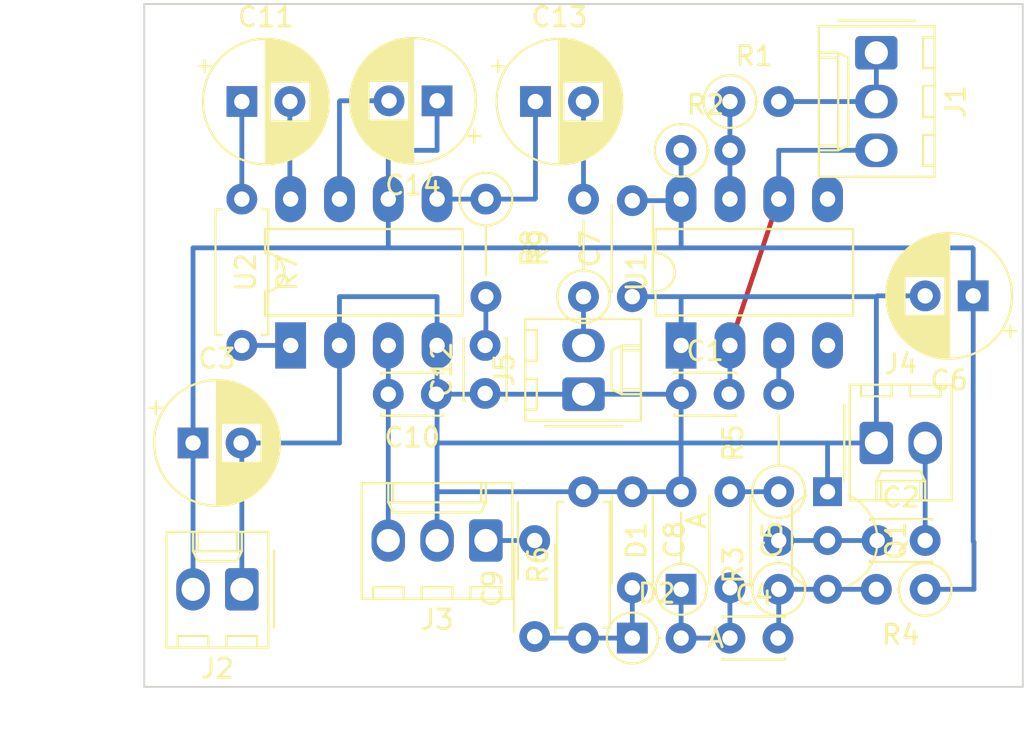
<source format=kicad_pcb>
(kicad_pcb (version 20171130) (host pcbnew 5.1.4-e60b266~84~ubuntu18.04.1)

  (general
    (thickness 1.6)
    (drawings 6)
    (tracks 81)
    (zones 0)
    (modules 33)
    (nets 25)
  )

  (page A4)
  (layers
    (0 F.Cu signal)
    (31 B.Cu signal)
    (32 B.Adhes user)
    (33 F.Adhes user)
    (34 B.Paste user)
    (35 F.Paste user)
    (36 B.SilkS user)
    (37 F.SilkS user)
    (38 B.Mask user)
    (39 F.Mask user)
    (40 Dwgs.User user)
    (41 Cmts.User user)
    (42 Eco1.User user)
    (43 Eco2.User user)
    (44 Edge.Cuts user)
    (45 Margin user)
    (46 B.CrtYd user)
    (47 F.CrtYd user)
    (48 B.Fab user)
    (49 F.Fab user)
  )

  (setup
    (last_trace_width 0.25)
    (trace_clearance 0.2)
    (zone_clearance 0.508)
    (zone_45_only no)
    (trace_min 0.2)
    (via_size 0.8)
    (via_drill 0.4)
    (via_min_size 0.4)
    (via_min_drill 0.3)
    (uvia_size 0.3)
    (uvia_drill 0.1)
    (uvias_allowed no)
    (uvia_min_size 0.2)
    (uvia_min_drill 0.1)
    (edge_width 0.1)
    (segment_width 0.2)
    (pcb_text_width 0.3)
    (pcb_text_size 1.5 1.5)
    (mod_edge_width 0.15)
    (mod_text_size 1 1)
    (mod_text_width 0.15)
    (pad_size 1.524 1.524)
    (pad_drill 0.762)
    (pad_to_mask_clearance 0)
    (aux_axis_origin 0 0)
    (visible_elements FFFFFF7F)
    (pcbplotparams
      (layerselection 0x010fc_ffffffff)
      (usegerberextensions false)
      (usegerberattributes false)
      (usegerberadvancedattributes false)
      (creategerberjobfile false)
      (excludeedgelayer true)
      (linewidth 0.100000)
      (plotframeref false)
      (viasonmask false)
      (mode 1)
      (useauxorigin false)
      (hpglpennumber 1)
      (hpglpenspeed 20)
      (hpglpendiameter 15.000000)
      (psnegative false)
      (psa4output false)
      (plotreference true)
      (plotvalue true)
      (plotinvisibletext false)
      (padsonsilk false)
      (subtractmaskfromsilk false)
      (outputformat 1)
      (mirror false)
      (drillshape 1)
      (scaleselection 1)
      (outputdirectory ""))
  )

  (net 0 "")
  (net 1 "Net-(C1-Pad2)")
  (net 2 GND)
  (net 3 "Net-(C2-Pad2)")
  (net 4 "Net-(C2-Pad1)")
  (net 5 VCC)
  (net 6 "Net-(C4-Pad2)")
  (net 7 "Net-(C4-Pad1)")
  (net 8 "Net-(C5-Pad1)")
  (net 9 "Net-(C8-Pad2)")
  (net 10 "Net-(C9-Pad2)")
  (net 11 "Net-(C10-Pad2)")
  (net 12 "Net-(C11-Pad2)")
  (net 13 "Net-(C11-Pad1)")
  (net 14 "Net-(C12-Pad2)")
  (net 15 "Net-(C13-Pad2)")
  (net 16 "Net-(C13-Pad1)")
  (net 17 "Net-(J1-Pad1)")
  (net 18 "Net-(J5-Pad2)")
  (net 19 "Net-(R1-Pad1)")
  (net 20 OSC)
  (net 21 "Net-(R7-Pad2)")
  (net 22 "Net-(U1-Pad4)")
  (net 23 "Net-(U1-Pad5)")
  (net 24 "Net-(C14-Pad2)")

  (net_class Default "This is the default net class."
    (clearance 0.2)
    (trace_width 0.25)
    (via_dia 0.8)
    (via_drill 0.4)
    (uvia_dia 0.3)
    (uvia_drill 0.1)
    (add_net GND)
    (add_net "Net-(C1-Pad2)")
    (add_net "Net-(C10-Pad2)")
    (add_net "Net-(C11-Pad1)")
    (add_net "Net-(C11-Pad2)")
    (add_net "Net-(C12-Pad2)")
    (add_net "Net-(C13-Pad1)")
    (add_net "Net-(C13-Pad2)")
    (add_net "Net-(C14-Pad2)")
    (add_net "Net-(C2-Pad1)")
    (add_net "Net-(C2-Pad2)")
    (add_net "Net-(C4-Pad1)")
    (add_net "Net-(C4-Pad2)")
    (add_net "Net-(C5-Pad1)")
    (add_net "Net-(C8-Pad2)")
    (add_net "Net-(C9-Pad2)")
    (add_net "Net-(J1-Pad1)")
    (add_net "Net-(J5-Pad2)")
    (add_net "Net-(R1-Pad1)")
    (add_net "Net-(R7-Pad2)")
    (add_net "Net-(U1-Pad4)")
    (add_net "Net-(U1-Pad5)")
    (add_net OSC)
    (add_net VCC)
  )

  (module Connector_Molex:Molex_KK-254_AE-6410-03A_1x03_P2.54mm_Vertical (layer F.Cu) (tedit 5B78013E) (tstamp 5DCAF9F0)
    (at 158.75 80.01 270)
    (descr "Molex KK-254 Interconnect System, old/engineering part number: AE-6410-03A example for new part number: 22-27-2031, 3 Pins (http://www.molex.com/pdm_docs/sd/022272021_sd.pdf), generated with kicad-footprint-generator")
    (tags "connector Molex KK-254 side entry")
    (path /5DE3FF2D)
    (fp_text reference J1 (at 2.54 -4.12 90) (layer F.SilkS)
      (effects (font (size 1 1) (thickness 0.15)))
    )
    (fp_text value 47k (at 2.54 4.08 90) (layer F.Fab)
      (effects (font (size 1 1) (thickness 0.15)))
    )
    (fp_text user %R (at 2.54 -2.22 90) (layer F.Fab)
      (effects (font (size 1 1) (thickness 0.15)))
    )
    (fp_line (start 6.85 -3.42) (end -1.77 -3.42) (layer F.CrtYd) (width 0.05))
    (fp_line (start 6.85 3.38) (end 6.85 -3.42) (layer F.CrtYd) (width 0.05))
    (fp_line (start -1.77 3.38) (end 6.85 3.38) (layer F.CrtYd) (width 0.05))
    (fp_line (start -1.77 -3.42) (end -1.77 3.38) (layer F.CrtYd) (width 0.05))
    (fp_line (start 5.88 -2.43) (end 5.88 -3.03) (layer F.SilkS) (width 0.12))
    (fp_line (start 4.28 -2.43) (end 5.88 -2.43) (layer F.SilkS) (width 0.12))
    (fp_line (start 4.28 -3.03) (end 4.28 -2.43) (layer F.SilkS) (width 0.12))
    (fp_line (start 3.34 -2.43) (end 3.34 -3.03) (layer F.SilkS) (width 0.12))
    (fp_line (start 1.74 -2.43) (end 3.34 -2.43) (layer F.SilkS) (width 0.12))
    (fp_line (start 1.74 -3.03) (end 1.74 -2.43) (layer F.SilkS) (width 0.12))
    (fp_line (start 0.8 -2.43) (end 0.8 -3.03) (layer F.SilkS) (width 0.12))
    (fp_line (start -0.8 -2.43) (end 0.8 -2.43) (layer F.SilkS) (width 0.12))
    (fp_line (start -0.8 -3.03) (end -0.8 -2.43) (layer F.SilkS) (width 0.12))
    (fp_line (start 4.83 2.99) (end 4.83 1.99) (layer F.SilkS) (width 0.12))
    (fp_line (start 0.25 2.99) (end 0.25 1.99) (layer F.SilkS) (width 0.12))
    (fp_line (start 4.83 1.46) (end 5.08 1.99) (layer F.SilkS) (width 0.12))
    (fp_line (start 0.25 1.46) (end 4.83 1.46) (layer F.SilkS) (width 0.12))
    (fp_line (start 0 1.99) (end 0.25 1.46) (layer F.SilkS) (width 0.12))
    (fp_line (start 5.08 1.99) (end 5.08 2.99) (layer F.SilkS) (width 0.12))
    (fp_line (start 0 1.99) (end 5.08 1.99) (layer F.SilkS) (width 0.12))
    (fp_line (start 0 2.99) (end 0 1.99) (layer F.SilkS) (width 0.12))
    (fp_line (start -0.562893 0) (end -1.27 0.5) (layer F.Fab) (width 0.1))
    (fp_line (start -1.27 -0.5) (end -0.562893 0) (layer F.Fab) (width 0.1))
    (fp_line (start -1.67 -2) (end -1.67 2) (layer F.SilkS) (width 0.12))
    (fp_line (start 6.46 -3.03) (end -1.38 -3.03) (layer F.SilkS) (width 0.12))
    (fp_line (start 6.46 2.99) (end 6.46 -3.03) (layer F.SilkS) (width 0.12))
    (fp_line (start -1.38 2.99) (end 6.46 2.99) (layer F.SilkS) (width 0.12))
    (fp_line (start -1.38 -3.03) (end -1.38 2.99) (layer F.SilkS) (width 0.12))
    (fp_line (start 6.35 -2.92) (end -1.27 -2.92) (layer F.Fab) (width 0.1))
    (fp_line (start 6.35 2.88) (end 6.35 -2.92) (layer F.Fab) (width 0.1))
    (fp_line (start -1.27 2.88) (end 6.35 2.88) (layer F.Fab) (width 0.1))
    (fp_line (start -1.27 -2.92) (end -1.27 2.88) (layer F.Fab) (width 0.1))
    (pad 3 thru_hole oval (at 5.08 0 270) (size 1.74 2.2) (drill 1.2) (layers *.Cu *.Mask)
      (net 1 "Net-(C1-Pad2)"))
    (pad 2 thru_hole oval (at 2.54 0 270) (size 1.74 2.2) (drill 1.2) (layers *.Cu *.Mask)
      (net 17 "Net-(J1-Pad1)"))
    (pad 1 thru_hole roundrect (at 0 0 270) (size 1.74 2.2) (drill 1.2) (layers *.Cu *.Mask) (roundrect_rratio 0.143678)
      (net 17 "Net-(J1-Pad1)"))
    (model ${KISYS3DMOD}/Connector_Molex.3dshapes/Molex_KK-254_AE-6410-03A_1x03_P2.54mm_Vertical.wrl
      (at (xyz 0 0 0))
      (scale (xyz 1 1 1))
      (rotate (xyz 0 0 0))
    )
  )

  (module Resistor_THT:R_Axial_DIN0207_L6.3mm_D2.5mm_P2.54mm_Vertical (layer F.Cu) (tedit 5AE5139B) (tstamp 5DCA2ACB)
    (at 151.13 82.55)
    (descr "Resistor, Axial_DIN0207 series, Axial, Vertical, pin pitch=2.54mm, 0.25W = 1/4W, length*diameter=6.3*2.5mm^2, http://cdn-reichelt.de/documents/datenblatt/B400/1_4W%23YAG.pdf")
    (tags "Resistor Axial_DIN0207 series Axial Vertical pin pitch 2.54mm 0.25W = 1/4W length 6.3mm diameter 2.5mm")
    (path /5DD3EE53)
    (fp_text reference R1 (at 1.27 -2.37) (layer F.SilkS)
      (effects (font (size 1 1) (thickness 0.15)))
    )
    (fp_text value 10k (at 1.27 2.37) (layer F.Fab)
      (effects (font (size 1 1) (thickness 0.15)))
    )
    (fp_text user %R (at 1.27 -2.37) (layer F.Fab)
      (effects (font (size 1 1) (thickness 0.15)))
    )
    (fp_line (start 3.59 -1.5) (end -1.5 -1.5) (layer F.CrtYd) (width 0.05))
    (fp_line (start 3.59 1.5) (end 3.59 -1.5) (layer F.CrtYd) (width 0.05))
    (fp_line (start -1.5 1.5) (end 3.59 1.5) (layer F.CrtYd) (width 0.05))
    (fp_line (start -1.5 -1.5) (end -1.5 1.5) (layer F.CrtYd) (width 0.05))
    (fp_line (start 1.37 0) (end 1.44 0) (layer F.SilkS) (width 0.12))
    (fp_line (start 0 0) (end 2.54 0) (layer F.Fab) (width 0.1))
    (fp_circle (center 0 0) (end 1.37 0) (layer F.SilkS) (width 0.12))
    (fp_circle (center 0 0) (end 1.25 0) (layer F.Fab) (width 0.1))
    (pad 2 thru_hole oval (at 2.54 0) (size 1.6 1.6) (drill 0.8) (layers *.Cu *.Mask)
      (net 17 "Net-(J1-Pad1)"))
    (pad 1 thru_hole circle (at 0 0) (size 1.6 1.6) (drill 0.8) (layers *.Cu *.Mask)
      (net 19 "Net-(R1-Pad1)"))
    (model ${KISYS3DMOD}/Resistor_THT.3dshapes/R_Axial_DIN0207_L6.3mm_D2.5mm_P2.54mm_Vertical.wrl
      (at (xyz 0 0 0))
      (scale (xyz 1 1 1))
      (rotate (xyz 0 0 0))
    )
  )

  (module Resistor_THT:R_Axial_DIN0207_L6.3mm_D2.5mm_P5.08mm_Vertical (layer F.Cu) (tedit 5AE5139B) (tstamp 5DCA2B53)
    (at 143.51 92.71 90)
    (descr "Resistor, Axial_DIN0207 series, Axial, Vertical, pin pitch=5.08mm, 0.25W = 1/4W, length*diameter=6.3*2.5mm^2, http://cdn-reichelt.de/documents/datenblatt/B400/1_4W%23YAG.pdf")
    (tags "Resistor Axial_DIN0207 series Axial Vertical pin pitch 5.08mm 0.25W = 1/4W length 6.3mm diameter 2.5mm")
    (path /5DCC11A6)
    (fp_text reference R9 (at 2.54 -2.37 90) (layer F.SilkS)
      (effects (font (size 1 1) (thickness 0.15)))
    )
    (fp_text value 12 (at 2.54 2.37 90) (layer F.Fab)
      (effects (font (size 1 1) (thickness 0.15)))
    )
    (fp_text user %R (at 2.54 -2.37 90) (layer F.Fab)
      (effects (font (size 1 1) (thickness 0.15)))
    )
    (fp_line (start 6.13 -1.5) (end -1.5 -1.5) (layer F.CrtYd) (width 0.05))
    (fp_line (start 6.13 1.5) (end 6.13 -1.5) (layer F.CrtYd) (width 0.05))
    (fp_line (start -1.5 1.5) (end 6.13 1.5) (layer F.CrtYd) (width 0.05))
    (fp_line (start -1.5 -1.5) (end -1.5 1.5) (layer F.CrtYd) (width 0.05))
    (fp_line (start 1.37 0) (end 3.98 0) (layer F.SilkS) (width 0.12))
    (fp_line (start 0 0) (end 5.08 0) (layer F.Fab) (width 0.1))
    (fp_circle (center 0 0) (end 1.37 0) (layer F.SilkS) (width 0.12))
    (fp_circle (center 0 0) (end 1.25 0) (layer F.Fab) (width 0.1))
    (pad 2 thru_hole oval (at 5.08 0 90) (size 1.6 1.6) (drill 0.8) (layers *.Cu *.Mask)
      (net 15 "Net-(C13-Pad2)"))
    (pad 1 thru_hole circle (at 0 0 90) (size 1.6 1.6) (drill 0.8) (layers *.Cu *.Mask)
      (net 18 "Net-(J5-Pad2)"))
    (model ${KISYS3DMOD}/Resistor_THT.3dshapes/R_Axial_DIN0207_L6.3mm_D2.5mm_P5.08mm_Vertical.wrl
      (at (xyz 0 0 0))
      (scale (xyz 1 1 1))
      (rotate (xyz 0 0 0))
    )
  )

  (module Resistor_THT:R_Axial_DIN0207_L6.3mm_D2.5mm_P5.08mm_Vertical (layer F.Cu) (tedit 5AE5139B) (tstamp 5DCA2B44)
    (at 138.43 87.63 270)
    (descr "Resistor, Axial_DIN0207 series, Axial, Vertical, pin pitch=5.08mm, 0.25W = 1/4W, length*diameter=6.3*2.5mm^2, http://cdn-reichelt.de/documents/datenblatt/B400/1_4W%23YAG.pdf")
    (tags "Resistor Axial_DIN0207 series Axial Vertical pin pitch 5.08mm 0.25W = 1/4W length 6.3mm diameter 2.5mm")
    (path /5DCAB0F9)
    (fp_text reference R8 (at 2.54 -2.37 90) (layer F.SilkS)
      (effects (font (size 1 1) (thickness 0.15)))
    )
    (fp_text value 12 (at 2.54 2.37 90) (layer F.Fab)
      (effects (font (size 1 1) (thickness 0.15)))
    )
    (fp_text user %R (at 2.54 -2.37 90) (layer F.Fab)
      (effects (font (size 1 1) (thickness 0.15)))
    )
    (fp_line (start 6.13 -1.5) (end -1.5 -1.5) (layer F.CrtYd) (width 0.05))
    (fp_line (start 6.13 1.5) (end 6.13 -1.5) (layer F.CrtYd) (width 0.05))
    (fp_line (start -1.5 1.5) (end 6.13 1.5) (layer F.CrtYd) (width 0.05))
    (fp_line (start -1.5 -1.5) (end -1.5 1.5) (layer F.CrtYd) (width 0.05))
    (fp_line (start 1.37 0) (end 3.98 0) (layer F.SilkS) (width 0.12))
    (fp_line (start 0 0) (end 5.08 0) (layer F.Fab) (width 0.1))
    (fp_circle (center 0 0) (end 1.37 0) (layer F.SilkS) (width 0.12))
    (fp_circle (center 0 0) (end 1.25 0) (layer F.Fab) (width 0.1))
    (pad 2 thru_hole oval (at 5.08 0 270) (size 1.6 1.6) (drill 0.8) (layers *.Cu *.Mask)
      (net 14 "Net-(C12-Pad2)"))
    (pad 1 thru_hole circle (at 0 0 270) (size 1.6 1.6) (drill 0.8) (layers *.Cu *.Mask)
      (net 16 "Net-(C13-Pad1)"))
    (model ${KISYS3DMOD}/Resistor_THT.3dshapes/R_Axial_DIN0207_L6.3mm_D2.5mm_P5.08mm_Vertical.wrl
      (at (xyz 0 0 0))
      (scale (xyz 1 1 1))
      (rotate (xyz 0 0 0))
    )
  )

  (module Diode_THT:D_DO-35_SOD27_P5.08mm_Vertical_AnodeUp (layer F.Cu) (tedit 5AE50CD5) (tstamp 5DCA299F)
    (at 148.59 107.95 90)
    (descr "Diode, DO-35_SOD27 series, Axial, Vertical, pin pitch=5.08mm, , length*diameter=4*2mm^2, , http://www.diodes.com/_files/packages/DO-35.pdf")
    (tags "Diode DO-35_SOD27 series Axial Vertical pin pitch 5.08mm  length 4mm diameter 2mm")
    (path /5DC814D0)
    (fp_text reference D1 (at 2.54 -2.326371 90) (layer F.SilkS)
      (effects (font (size 1 1) (thickness 0.15)))
    )
    (fp_text value BAT85 (at 2.54 2.326371 90) (layer F.Fab)
      (effects (font (size 1 1) (thickness 0.15)))
    )
    (fp_text user A (at 3.58 0.8 90) (layer F.SilkS)
      (effects (font (size 1 1) (thickness 0.15)))
    )
    (fp_text user A (at 3.58 0.8 90) (layer F.Fab)
      (effects (font (size 1 1) (thickness 0.15)))
    )
    (fp_text user %R (at 2.54 -2.326371 90) (layer F.Fab)
      (effects (font (size 1 1) (thickness 0.15)))
    )
    (fp_line (start 6.13 -1.25) (end -1.25 -1.25) (layer F.CrtYd) (width 0.05))
    (fp_line (start 6.13 1.25) (end 6.13 -1.25) (layer F.CrtYd) (width 0.05))
    (fp_line (start -1.25 1.25) (end 6.13 1.25) (layer F.CrtYd) (width 0.05))
    (fp_line (start -1.25 -1.25) (end -1.25 1.25) (layer F.CrtYd) (width 0.05))
    (fp_line (start 1.326371 0) (end 3.98 0) (layer F.SilkS) (width 0.12))
    (fp_line (start 0 0) (end 5.08 0) (layer F.Fab) (width 0.1))
    (fp_circle (center 0 0) (end 1.326371 0) (layer F.SilkS) (width 0.12))
    (fp_circle (center 0 0) (end 1 0) (layer F.Fab) (width 0.1))
    (pad 2 thru_hole oval (at 5.08 0 90) (size 1.6 1.6) (drill 0.8) (layers *.Cu *.Mask)
      (net 2 GND))
    (pad 1 thru_hole rect (at 0 0 90) (size 1.6 1.6) (drill 0.8) (layers *.Cu *.Mask)
      (net 7 "Net-(C4-Pad1)"))
    (model ${KISYS3DMOD}/Diode_THT.3dshapes/D_DO-35_SOD27_P5.08mm_Vertical_AnodeUp.wrl
      (at (xyz 0 0 0))
      (scale (xyz 1 1 1))
      (rotate (xyz 0 0 0))
    )
  )

  (module Capacitor_THT:C_Disc_D4.3mm_W1.9mm_P5.00mm (layer F.Cu) (tedit 5AE50EF0) (tstamp 5DCA2793)
    (at 146.05 102.87 270)
    (descr "C, Disc series, Radial, pin pitch=5.00mm, , diameter*width=4.3*1.9mm^2, Capacitor, http://www.vishay.com/docs/45233/krseries.pdf")
    (tags "C Disc series Radial pin pitch 5.00mm  diameter 4.3mm width 1.9mm Capacitor")
    (path /5DCA3A83)
    (fp_text reference C8 (at 2.5 -2.2 90) (layer F.SilkS)
      (effects (font (size 1 1) (thickness 0.15)))
    )
    (fp_text value 10n (at 2.5 2.2 90) (layer F.Fab)
      (effects (font (size 1 1) (thickness 0.15)))
    )
    (fp_text user %R (at 2.5 0 90) (layer F.Fab)
      (effects (font (size 0.86 0.86) (thickness 0.129)))
    )
    (fp_line (start 6.05 -1.2) (end -1.05 -1.2) (layer F.CrtYd) (width 0.05))
    (fp_line (start 6.05 1.2) (end 6.05 -1.2) (layer F.CrtYd) (width 0.05))
    (fp_line (start -1.05 1.2) (end 6.05 1.2) (layer F.CrtYd) (width 0.05))
    (fp_line (start -1.05 -1.2) (end -1.05 1.2) (layer F.CrtYd) (width 0.05))
    (fp_line (start 4.77 1.055) (end 4.77 1.07) (layer F.SilkS) (width 0.12))
    (fp_line (start 4.77 -1.07) (end 4.77 -1.055) (layer F.SilkS) (width 0.12))
    (fp_line (start 0.23 1.055) (end 0.23 1.07) (layer F.SilkS) (width 0.12))
    (fp_line (start 0.23 -1.07) (end 0.23 -1.055) (layer F.SilkS) (width 0.12))
    (fp_line (start 0.23 1.07) (end 4.77 1.07) (layer F.SilkS) (width 0.12))
    (fp_line (start 0.23 -1.07) (end 4.77 -1.07) (layer F.SilkS) (width 0.12))
    (fp_line (start 4.65 -0.95) (end 0.35 -0.95) (layer F.Fab) (width 0.1))
    (fp_line (start 4.65 0.95) (end 4.65 -0.95) (layer F.Fab) (width 0.1))
    (fp_line (start 0.35 0.95) (end 4.65 0.95) (layer F.Fab) (width 0.1))
    (fp_line (start 0.35 -0.95) (end 0.35 0.95) (layer F.Fab) (width 0.1))
    (pad 2 thru_hole circle (at 5 0 270) (size 1.6 1.6) (drill 0.8) (layers *.Cu *.Mask)
      (net 9 "Net-(C8-Pad2)"))
    (pad 1 thru_hole circle (at 0 0 270) (size 1.6 1.6) (drill 0.8) (layers *.Cu *.Mask)
      (net 2 GND))
    (model ${KISYS3DMOD}/Capacitor_THT.3dshapes/C_Disc_D4.3mm_W1.9mm_P5.00mm.wrl
      (at (xyz 0 0 0))
      (scale (xyz 1 1 1))
      (rotate (xyz 0 0 0))
    )
  )

  (module Capacitor_THT:C_Disc_D4.3mm_W1.9mm_P5.00mm (layer F.Cu) (tedit 5AE50EF0) (tstamp 5DCA26D5)
    (at 151.13 102.87 270)
    (descr "C, Disc series, Radial, pin pitch=5.00mm, , diameter*width=4.3*1.9mm^2, Capacitor, http://www.vishay.com/docs/45233/krseries.pdf")
    (tags "C Disc series Radial pin pitch 5.00mm  diameter 4.3mm width 1.9mm Capacitor")
    (path /5DC9CB04)
    (fp_text reference C5 (at 2.5 -2.2 90) (layer F.SilkS)
      (effects (font (size 1 1) (thickness 0.15)))
    )
    (fp_text value 10n (at 2.5 2.2 90) (layer F.Fab)
      (effects (font (size 1 1) (thickness 0.15)))
    )
    (fp_text user %R (at 2.5 0 90) (layer F.Fab)
      (effects (font (size 0.86 0.86) (thickness 0.129)))
    )
    (fp_line (start 6.05 -1.2) (end -1.05 -1.2) (layer F.CrtYd) (width 0.05))
    (fp_line (start 6.05 1.2) (end 6.05 -1.2) (layer F.CrtYd) (width 0.05))
    (fp_line (start -1.05 1.2) (end 6.05 1.2) (layer F.CrtYd) (width 0.05))
    (fp_line (start -1.05 -1.2) (end -1.05 1.2) (layer F.CrtYd) (width 0.05))
    (fp_line (start 4.77 1.055) (end 4.77 1.07) (layer F.SilkS) (width 0.12))
    (fp_line (start 4.77 -1.07) (end 4.77 -1.055) (layer F.SilkS) (width 0.12))
    (fp_line (start 0.23 1.055) (end 0.23 1.07) (layer F.SilkS) (width 0.12))
    (fp_line (start 0.23 -1.07) (end 0.23 -1.055) (layer F.SilkS) (width 0.12))
    (fp_line (start 0.23 1.07) (end 4.77 1.07) (layer F.SilkS) (width 0.12))
    (fp_line (start 0.23 -1.07) (end 4.77 -1.07) (layer F.SilkS) (width 0.12))
    (fp_line (start 4.65 -0.95) (end 0.35 -0.95) (layer F.Fab) (width 0.1))
    (fp_line (start 4.65 0.95) (end 4.65 -0.95) (layer F.Fab) (width 0.1))
    (fp_line (start 0.35 0.95) (end 4.65 0.95) (layer F.Fab) (width 0.1))
    (fp_line (start 0.35 -0.95) (end 0.35 0.95) (layer F.Fab) (width 0.1))
    (pad 2 thru_hole circle (at 5 0 270) (size 1.6 1.6) (drill 0.8) (layers *.Cu *.Mask)
      (net 7 "Net-(C4-Pad1)"))
    (pad 1 thru_hole circle (at 0 0 270) (size 1.6 1.6) (drill 0.8) (layers *.Cu *.Mask)
      (net 8 "Net-(C5-Pad1)"))
    (model ${KISYS3DMOD}/Capacitor_THT.3dshapes/C_Disc_D4.3mm_W1.9mm_P5.00mm.wrl
      (at (xyz 0 0 0))
      (scale (xyz 1 1 1))
      (rotate (xyz 0 0 0))
    )
  )

  (module Package_DIP:DIP-8_W7.62mm_LongPads (layer F.Cu) (tedit 5A02E8C5) (tstamp 5DCA2B8B)
    (at 128.27 95.25 90)
    (descr "8-lead though-hole mounted DIP package, row spacing 7.62 mm (300 mils), LongPads")
    (tags "THT DIP DIL PDIP 2.54mm 7.62mm 300mil LongPads")
    (path /5DCA6B5C)
    (fp_text reference U2 (at 3.81 -2.33 90) (layer F.SilkS)
      (effects (font (size 1 1) (thickness 0.15)))
    )
    (fp_text value LM386 (at 3.81 9.95 90) (layer F.Fab)
      (effects (font (size 1 1) (thickness 0.15)))
    )
    (fp_text user %R (at 3.81 3.81 90) (layer F.Fab)
      (effects (font (size 1 1) (thickness 0.15)))
    )
    (fp_line (start 9.1 -1.55) (end -1.45 -1.55) (layer F.CrtYd) (width 0.05))
    (fp_line (start 9.1 9.15) (end 9.1 -1.55) (layer F.CrtYd) (width 0.05))
    (fp_line (start -1.45 9.15) (end 9.1 9.15) (layer F.CrtYd) (width 0.05))
    (fp_line (start -1.45 -1.55) (end -1.45 9.15) (layer F.CrtYd) (width 0.05))
    (fp_line (start 6.06 -1.33) (end 4.81 -1.33) (layer F.SilkS) (width 0.12))
    (fp_line (start 6.06 8.95) (end 6.06 -1.33) (layer F.SilkS) (width 0.12))
    (fp_line (start 1.56 8.95) (end 6.06 8.95) (layer F.SilkS) (width 0.12))
    (fp_line (start 1.56 -1.33) (end 1.56 8.95) (layer F.SilkS) (width 0.12))
    (fp_line (start 2.81 -1.33) (end 1.56 -1.33) (layer F.SilkS) (width 0.12))
    (fp_line (start 0.635 -0.27) (end 1.635 -1.27) (layer F.Fab) (width 0.1))
    (fp_line (start 0.635 8.89) (end 0.635 -0.27) (layer F.Fab) (width 0.1))
    (fp_line (start 6.985 8.89) (end 0.635 8.89) (layer F.Fab) (width 0.1))
    (fp_line (start 6.985 -1.27) (end 6.985 8.89) (layer F.Fab) (width 0.1))
    (fp_line (start 1.635 -1.27) (end 6.985 -1.27) (layer F.Fab) (width 0.1))
    (fp_arc (start 3.81 -1.33) (end 2.81 -1.33) (angle -180) (layer F.SilkS) (width 0.12))
    (pad 8 thru_hole oval (at 7.62 0 90) (size 2.4 1.6) (drill 0.8) (layers *.Cu *.Mask)
      (net 12 "Net-(C11-Pad2)"))
    (pad 4 thru_hole oval (at 0 7.62 90) (size 2.4 1.6) (drill 0.8) (layers *.Cu *.Mask)
      (net 2 GND))
    (pad 7 thru_hole oval (at 7.62 2.54 90) (size 2.4 1.6) (drill 0.8) (layers *.Cu *.Mask)
      (net 24 "Net-(C14-Pad2)"))
    (pad 3 thru_hole oval (at 0 5.08 90) (size 2.4 1.6) (drill 0.8) (layers *.Cu *.Mask)
      (net 11 "Net-(C10-Pad2)"))
    (pad 6 thru_hole oval (at 7.62 5.08 90) (size 2.4 1.6) (drill 0.8) (layers *.Cu *.Mask)
      (net 5 VCC))
    (pad 2 thru_hole oval (at 0 2.54 90) (size 2.4 1.6) (drill 0.8) (layers *.Cu *.Mask)
      (net 2 GND))
    (pad 5 thru_hole oval (at 7.62 7.62 90) (size 2.4 1.6) (drill 0.8) (layers *.Cu *.Mask)
      (net 16 "Net-(C13-Pad1)"))
    (pad 1 thru_hole rect (at 0 0 90) (size 2.4 1.6) (drill 0.8) (layers *.Cu *.Mask)
      (net 21 "Net-(R7-Pad2)"))
    (model ${KISYS3DMOD}/Package_DIP.3dshapes/DIP-8_W7.62mm.wrl
      (at (xyz 0 0 0))
      (scale (xyz 1 1 1))
      (rotate (xyz 0 0 0))
    )
  )

  (module Package_DIP:DIP-8_W7.62mm_LongPads (layer F.Cu) (tedit 5A02E8C5) (tstamp 5DCA2B6F)
    (at 148.59 95.25 90)
    (descr "8-lead though-hole mounted DIP package, row spacing 7.62 mm (300 mils), LongPads")
    (tags "THT DIP DIL PDIP 2.54mm 7.62mm 300mil LongPads")
    (path /5DC80912)
    (fp_text reference U1 (at 3.81 -2.33 90) (layer F.SilkS)
      (effects (font (size 1 1) (thickness 0.15)))
    )
    (fp_text value LM555 (at 3.81 9.95 90) (layer F.Fab)
      (effects (font (size 1 1) (thickness 0.15)))
    )
    (fp_text user %R (at 3.81 3.81 90) (layer F.Fab)
      (effects (font (size 1 1) (thickness 0.15)))
    )
    (fp_line (start 9.1 -1.55) (end -1.45 -1.55) (layer F.CrtYd) (width 0.05))
    (fp_line (start 9.1 9.15) (end 9.1 -1.55) (layer F.CrtYd) (width 0.05))
    (fp_line (start -1.45 9.15) (end 9.1 9.15) (layer F.CrtYd) (width 0.05))
    (fp_line (start -1.45 -1.55) (end -1.45 9.15) (layer F.CrtYd) (width 0.05))
    (fp_line (start 6.06 -1.33) (end 4.81 -1.33) (layer F.SilkS) (width 0.12))
    (fp_line (start 6.06 8.95) (end 6.06 -1.33) (layer F.SilkS) (width 0.12))
    (fp_line (start 1.56 8.95) (end 6.06 8.95) (layer F.SilkS) (width 0.12))
    (fp_line (start 1.56 -1.33) (end 1.56 8.95) (layer F.SilkS) (width 0.12))
    (fp_line (start 2.81 -1.33) (end 1.56 -1.33) (layer F.SilkS) (width 0.12))
    (fp_line (start 0.635 -0.27) (end 1.635 -1.27) (layer F.Fab) (width 0.1))
    (fp_line (start 0.635 8.89) (end 0.635 -0.27) (layer F.Fab) (width 0.1))
    (fp_line (start 6.985 8.89) (end 0.635 8.89) (layer F.Fab) (width 0.1))
    (fp_line (start 6.985 -1.27) (end 6.985 8.89) (layer F.Fab) (width 0.1))
    (fp_line (start 1.635 -1.27) (end 6.985 -1.27) (layer F.Fab) (width 0.1))
    (fp_arc (start 3.81 -1.33) (end 2.81 -1.33) (angle -180) (layer F.SilkS) (width 0.12))
    (pad 8 thru_hole oval (at 7.62 0 90) (size 2.4 1.6) (drill 0.8) (layers *.Cu *.Mask)
      (net 5 VCC))
    (pad 4 thru_hole oval (at 0 7.62 90) (size 2.4 1.6) (drill 0.8) (layers *.Cu *.Mask)
      (net 22 "Net-(U1-Pad4)"))
    (pad 7 thru_hole oval (at 7.62 2.54 90) (size 2.4 1.6) (drill 0.8) (layers *.Cu *.Mask)
      (net 19 "Net-(R1-Pad1)"))
    (pad 3 thru_hole oval (at 0 5.08 90) (size 2.4 1.6) (drill 0.8) (layers *.Cu *.Mask)
      (net 20 OSC))
    (pad 6 thru_hole oval (at 7.62 5.08 90) (size 2.4 1.6) (drill 0.8) (layers *.Cu *.Mask)
      (net 1 "Net-(C1-Pad2)"))
    (pad 2 thru_hole oval (at 0 2.54 90) (size 2.4 1.6) (drill 0.8) (layers *.Cu *.Mask)
      (net 1 "Net-(C1-Pad2)"))
    (pad 5 thru_hole oval (at 7.62 7.62 90) (size 2.4 1.6) (drill 0.8) (layers *.Cu *.Mask)
      (net 23 "Net-(U1-Pad5)"))
    (pad 1 thru_hole rect (at 0 0 90) (size 2.4 1.6) (drill 0.8) (layers *.Cu *.Mask)
      (net 2 GND))
    (model ${KISYS3DMOD}/Package_DIP.3dshapes/DIP-8_W7.62mm.wrl
      (at (xyz 0 0 0))
      (scale (xyz 1 1 1))
      (rotate (xyz 0 0 0))
    )
  )

  (module Resistor_THT:R_Axial_DIN0207_L6.3mm_D2.5mm_P7.62mm_Horizontal (layer F.Cu) (tedit 5AE5139B) (tstamp 5DCA2B35)
    (at 125.73 87.63 270)
    (descr "Resistor, Axial_DIN0207 series, Axial, Horizontal, pin pitch=7.62mm, 0.25W = 1/4W, length*diameter=6.3*2.5mm^2, http://cdn-reichelt.de/documents/datenblatt/B400/1_4W%23YAG.pdf")
    (tags "Resistor Axial_DIN0207 series Axial Horizontal pin pitch 7.62mm 0.25W = 1/4W length 6.3mm diameter 2.5mm")
    (path /5DE899AE)
    (fp_text reference R7 (at 3.81 -2.37 90) (layer F.SilkS)
      (effects (font (size 1 1) (thickness 0.15)))
    )
    (fp_text value 1k (at 3.81 2.37 90) (layer F.Fab)
      (effects (font (size 1 1) (thickness 0.15)))
    )
    (fp_text user %R (at 3.81 0 90) (layer F.Fab)
      (effects (font (size 1 1) (thickness 0.15)))
    )
    (fp_line (start 8.67 -1.5) (end -1.05 -1.5) (layer F.CrtYd) (width 0.05))
    (fp_line (start 8.67 1.5) (end 8.67 -1.5) (layer F.CrtYd) (width 0.05))
    (fp_line (start -1.05 1.5) (end 8.67 1.5) (layer F.CrtYd) (width 0.05))
    (fp_line (start -1.05 -1.5) (end -1.05 1.5) (layer F.CrtYd) (width 0.05))
    (fp_line (start 7.08 1.37) (end 7.08 1.04) (layer F.SilkS) (width 0.12))
    (fp_line (start 0.54 1.37) (end 7.08 1.37) (layer F.SilkS) (width 0.12))
    (fp_line (start 0.54 1.04) (end 0.54 1.37) (layer F.SilkS) (width 0.12))
    (fp_line (start 7.08 -1.37) (end 7.08 -1.04) (layer F.SilkS) (width 0.12))
    (fp_line (start 0.54 -1.37) (end 7.08 -1.37) (layer F.SilkS) (width 0.12))
    (fp_line (start 0.54 -1.04) (end 0.54 -1.37) (layer F.SilkS) (width 0.12))
    (fp_line (start 7.62 0) (end 6.96 0) (layer F.Fab) (width 0.1))
    (fp_line (start 0 0) (end 0.66 0) (layer F.Fab) (width 0.1))
    (fp_line (start 6.96 -1.25) (end 0.66 -1.25) (layer F.Fab) (width 0.1))
    (fp_line (start 6.96 1.25) (end 6.96 -1.25) (layer F.Fab) (width 0.1))
    (fp_line (start 0.66 1.25) (end 6.96 1.25) (layer F.Fab) (width 0.1))
    (fp_line (start 0.66 -1.25) (end 0.66 1.25) (layer F.Fab) (width 0.1))
    (pad 2 thru_hole oval (at 7.62 0 270) (size 1.6 1.6) (drill 0.8) (layers *.Cu *.Mask)
      (net 21 "Net-(R7-Pad2)"))
    (pad 1 thru_hole circle (at 0 0 270) (size 1.6 1.6) (drill 0.8) (layers *.Cu *.Mask)
      (net 13 "Net-(C11-Pad1)"))
    (model ${KISYS3DMOD}/Resistor_THT.3dshapes/R_Axial_DIN0207_L6.3mm_D2.5mm_P7.62mm_Horizontal.wrl
      (at (xyz 0 0 0))
      (scale (xyz 1 1 1))
      (rotate (xyz 0 0 0))
    )
  )

  (module Resistor_THT:R_Axial_DIN0207_L6.3mm_D2.5mm_P7.62mm_Horizontal (layer F.Cu) (tedit 5AE5139B) (tstamp 5DCA2B1E)
    (at 143.51 110.49 90)
    (descr "Resistor, Axial_DIN0207 series, Axial, Horizontal, pin pitch=7.62mm, 0.25W = 1/4W, length*diameter=6.3*2.5mm^2, http://cdn-reichelt.de/documents/datenblatt/B400/1_4W%23YAG.pdf")
    (tags "Resistor Axial_DIN0207 series Axial Horizontal pin pitch 7.62mm 0.25W = 1/4W length 6.3mm diameter 2.5mm")
    (path /5DCA3D65)
    (fp_text reference R6 (at 3.81 -2.37 90) (layer F.SilkS)
      (effects (font (size 1 1) (thickness 0.15)))
    )
    (fp_text value 22k (at 3.81 2.37 90) (layer F.Fab)
      (effects (font (size 1 1) (thickness 0.15)))
    )
    (fp_text user %R (at 3.81 0 90) (layer F.Fab)
      (effects (font (size 1 1) (thickness 0.15)))
    )
    (fp_line (start 8.67 -1.5) (end -1.05 -1.5) (layer F.CrtYd) (width 0.05))
    (fp_line (start 8.67 1.5) (end 8.67 -1.5) (layer F.CrtYd) (width 0.05))
    (fp_line (start -1.05 1.5) (end 8.67 1.5) (layer F.CrtYd) (width 0.05))
    (fp_line (start -1.05 -1.5) (end -1.05 1.5) (layer F.CrtYd) (width 0.05))
    (fp_line (start 7.08 1.37) (end 7.08 1.04) (layer F.SilkS) (width 0.12))
    (fp_line (start 0.54 1.37) (end 7.08 1.37) (layer F.SilkS) (width 0.12))
    (fp_line (start 0.54 1.04) (end 0.54 1.37) (layer F.SilkS) (width 0.12))
    (fp_line (start 7.08 -1.37) (end 7.08 -1.04) (layer F.SilkS) (width 0.12))
    (fp_line (start 0.54 -1.37) (end 7.08 -1.37) (layer F.SilkS) (width 0.12))
    (fp_line (start 0.54 -1.04) (end 0.54 -1.37) (layer F.SilkS) (width 0.12))
    (fp_line (start 7.62 0) (end 6.96 0) (layer F.Fab) (width 0.1))
    (fp_line (start 0 0) (end 0.66 0) (layer F.Fab) (width 0.1))
    (fp_line (start 6.96 -1.25) (end 0.66 -1.25) (layer F.Fab) (width 0.1))
    (fp_line (start 6.96 1.25) (end 6.96 -1.25) (layer F.Fab) (width 0.1))
    (fp_line (start 0.66 1.25) (end 6.96 1.25) (layer F.Fab) (width 0.1))
    (fp_line (start 0.66 -1.25) (end 0.66 1.25) (layer F.Fab) (width 0.1))
    (pad 2 thru_hole oval (at 7.62 0 90) (size 1.6 1.6) (drill 0.8) (layers *.Cu *.Mask)
      (net 2 GND))
    (pad 1 thru_hole circle (at 0 0 90) (size 1.6 1.6) (drill 0.8) (layers *.Cu *.Mask)
      (net 9 "Net-(C8-Pad2)"))
    (model ${KISYS3DMOD}/Resistor_THT.3dshapes/R_Axial_DIN0207_L6.3mm_D2.5mm_P7.62mm_Horizontal.wrl
      (at (xyz 0 0 0))
      (scale (xyz 1 1 1))
      (rotate (xyz 0 0 0))
    )
  )

  (module Resistor_THT:R_Axial_DIN0207_L6.3mm_D2.5mm_P5.08mm_Vertical (layer F.Cu) (tedit 5AE5139B) (tstamp 5DCA2B07)
    (at 153.67 102.87 90)
    (descr "Resistor, Axial_DIN0207 series, Axial, Vertical, pin pitch=5.08mm, 0.25W = 1/4W, length*diameter=6.3*2.5mm^2, http://cdn-reichelt.de/documents/datenblatt/B400/1_4W%23YAG.pdf")
    (tags "Resistor Axial_DIN0207 series Axial Vertical pin pitch 5.08mm 0.25W = 1/4W length 6.3mm diameter 2.5mm")
    (path /5DC9E845)
    (fp_text reference R5 (at 2.54 -2.37 90) (layer F.SilkS)
      (effects (font (size 1 1) (thickness 0.15)))
    )
    (fp_text value 39k (at 2.54 2.37 90) (layer F.Fab)
      (effects (font (size 1 1) (thickness 0.15)))
    )
    (fp_text user %R (at 2.54 -2.37 90) (layer F.Fab)
      (effects (font (size 1 1) (thickness 0.15)))
    )
    (fp_line (start 6.13 -1.5) (end -1.5 -1.5) (layer F.CrtYd) (width 0.05))
    (fp_line (start 6.13 1.5) (end 6.13 -1.5) (layer F.CrtYd) (width 0.05))
    (fp_line (start -1.5 1.5) (end 6.13 1.5) (layer F.CrtYd) (width 0.05))
    (fp_line (start -1.5 -1.5) (end -1.5 1.5) (layer F.CrtYd) (width 0.05))
    (fp_line (start 1.37 0) (end 3.98 0) (layer F.SilkS) (width 0.12))
    (fp_line (start 0 0) (end 5.08 0) (layer F.Fab) (width 0.1))
    (fp_circle (center 0 0) (end 1.37 0) (layer F.SilkS) (width 0.12))
    (fp_circle (center 0 0) (end 1.25 0) (layer F.Fab) (width 0.1))
    (pad 2 thru_hole oval (at 5.08 0 90) (size 1.6 1.6) (drill 0.8) (layers *.Cu *.Mask)
      (net 20 OSC))
    (pad 1 thru_hole circle (at 0 0 90) (size 1.6 1.6) (drill 0.8) (layers *.Cu *.Mask)
      (net 8 "Net-(C5-Pad1)"))
    (model ${KISYS3DMOD}/Resistor_THT.3dshapes/R_Axial_DIN0207_L6.3mm_D2.5mm_P5.08mm_Vertical.wrl
      (at (xyz 0 0 0))
      (scale (xyz 1 1 1))
      (rotate (xyz 0 0 0))
    )
  )

  (module Resistor_THT:R_Axial_DIN0207_L6.3mm_D2.5mm_P2.54mm_Vertical (layer F.Cu) (tedit 5AE5139B) (tstamp 5DCA2AF8)
    (at 161.29 107.95 180)
    (descr "Resistor, Axial_DIN0207 series, Axial, Vertical, pin pitch=2.54mm, 0.25W = 1/4W, length*diameter=6.3*2.5mm^2, http://cdn-reichelt.de/documents/datenblatt/B400/1_4W%23YAG.pdf")
    (tags "Resistor Axial_DIN0207 series Axial Vertical pin pitch 2.54mm 0.25W = 1/4W length 6.3mm diameter 2.5mm")
    (path /5DC953BC)
    (fp_text reference R4 (at 1.27 -2.37) (layer F.SilkS)
      (effects (font (size 1 1) (thickness 0.15)))
    )
    (fp_text value 12k (at 1.27 2.37) (layer F.Fab)
      (effects (font (size 1 1) (thickness 0.15)))
    )
    (fp_text user %R (at 1.27 -2.37) (layer F.Fab)
      (effects (font (size 1 1) (thickness 0.15)))
    )
    (fp_line (start 3.59 -1.5) (end -1.5 -1.5) (layer F.CrtYd) (width 0.05))
    (fp_line (start 3.59 1.5) (end 3.59 -1.5) (layer F.CrtYd) (width 0.05))
    (fp_line (start -1.5 1.5) (end 3.59 1.5) (layer F.CrtYd) (width 0.05))
    (fp_line (start -1.5 -1.5) (end -1.5 1.5) (layer F.CrtYd) (width 0.05))
    (fp_line (start 1.37 0) (end 1.44 0) (layer F.SilkS) (width 0.12))
    (fp_line (start 0 0) (end 2.54 0) (layer F.Fab) (width 0.1))
    (fp_circle (center 0 0) (end 1.37 0) (layer F.SilkS) (width 0.12))
    (fp_circle (center 0 0) (end 1.25 0) (layer F.Fab) (width 0.1))
    (pad 2 thru_hole oval (at 2.54 0 180) (size 1.6 1.6) (drill 0.8) (layers *.Cu *.Mask)
      (net 6 "Net-(C4-Pad2)"))
    (pad 1 thru_hole circle (at 0 0 180) (size 1.6 1.6) (drill 0.8) (layers *.Cu *.Mask)
      (net 5 VCC))
    (model ${KISYS3DMOD}/Resistor_THT.3dshapes/R_Axial_DIN0207_L6.3mm_D2.5mm_P2.54mm_Vertical.wrl
      (at (xyz 0 0 0))
      (scale (xyz 1 1 1))
      (rotate (xyz 0 0 0))
    )
  )

  (module Resistor_THT:R_Axial_DIN0207_L6.3mm_D2.5mm_P2.54mm_Vertical (layer F.Cu) (tedit 5AE5139B) (tstamp 5DCA2AE9)
    (at 153.67 107.95 90)
    (descr "Resistor, Axial_DIN0207 series, Axial, Vertical, pin pitch=2.54mm, 0.25W = 1/4W, length*diameter=6.3*2.5mm^2, http://cdn-reichelt.de/documents/datenblatt/B400/1_4W%23YAG.pdf")
    (tags "Resistor Axial_DIN0207 series Axial Vertical pin pitch 2.54mm 0.25W = 1/4W length 6.3mm diameter 2.5mm")
    (path /5DC7FD99)
    (fp_text reference R3 (at 1.27 -2.37 90) (layer F.SilkS)
      (effects (font (size 1 1) (thickness 0.15)))
    )
    (fp_text value 560k (at 1.27 2.37 90) (layer F.Fab)
      (effects (font (size 1 1) (thickness 0.15)))
    )
    (fp_text user %R (at 1.27 -2.37 90) (layer F.Fab)
      (effects (font (size 1 1) (thickness 0.15)))
    )
    (fp_line (start 3.59 -1.5) (end -1.5 -1.5) (layer F.CrtYd) (width 0.05))
    (fp_line (start 3.59 1.5) (end 3.59 -1.5) (layer F.CrtYd) (width 0.05))
    (fp_line (start -1.5 1.5) (end 3.59 1.5) (layer F.CrtYd) (width 0.05))
    (fp_line (start -1.5 -1.5) (end -1.5 1.5) (layer F.CrtYd) (width 0.05))
    (fp_line (start 1.37 0) (end 1.44 0) (layer F.SilkS) (width 0.12))
    (fp_line (start 0 0) (end 2.54 0) (layer F.Fab) (width 0.1))
    (fp_circle (center 0 0) (end 1.37 0) (layer F.SilkS) (width 0.12))
    (fp_circle (center 0 0) (end 1.25 0) (layer F.Fab) (width 0.1))
    (pad 2 thru_hole oval (at 2.54 0 90) (size 1.6 1.6) (drill 0.8) (layers *.Cu *.Mask)
      (net 4 "Net-(C2-Pad1)"))
    (pad 1 thru_hole circle (at 0 0 90) (size 1.6 1.6) (drill 0.8) (layers *.Cu *.Mask)
      (net 6 "Net-(C4-Pad2)"))
    (model ${KISYS3DMOD}/Resistor_THT.3dshapes/R_Axial_DIN0207_L6.3mm_D2.5mm_P2.54mm_Vertical.wrl
      (at (xyz 0 0 0))
      (scale (xyz 1 1 1))
      (rotate (xyz 0 0 0))
    )
  )

  (module Resistor_THT:R_Axial_DIN0207_L6.3mm_D2.5mm_P2.54mm_Vertical (layer F.Cu) (tedit 5AE5139B) (tstamp 5DCA2ADA)
    (at 148.59 85.09)
    (descr "Resistor, Axial_DIN0207 series, Axial, Vertical, pin pitch=2.54mm, 0.25W = 1/4W, length*diameter=6.3*2.5mm^2, http://cdn-reichelt.de/documents/datenblatt/B400/1_4W%23YAG.pdf")
    (tags "Resistor Axial_DIN0207 series Axial Vertical pin pitch 2.54mm 0.25W = 1/4W length 6.3mm diameter 2.5mm")
    (path /5DD3F2BC)
    (fp_text reference R2 (at 1.27 -2.37) (layer F.SilkS)
      (effects (font (size 1 1) (thickness 0.15)))
    )
    (fp_text value 6.8k (at 1.27 2.37) (layer F.Fab)
      (effects (font (size 1 1) (thickness 0.15)))
    )
    (fp_text user %R (at 1.27 -2.37) (layer F.Fab)
      (effects (font (size 1 1) (thickness 0.15)))
    )
    (fp_line (start 3.59 -1.5) (end -1.5 -1.5) (layer F.CrtYd) (width 0.05))
    (fp_line (start 3.59 1.5) (end 3.59 -1.5) (layer F.CrtYd) (width 0.05))
    (fp_line (start -1.5 1.5) (end 3.59 1.5) (layer F.CrtYd) (width 0.05))
    (fp_line (start -1.5 -1.5) (end -1.5 1.5) (layer F.CrtYd) (width 0.05))
    (fp_line (start 1.37 0) (end 1.44 0) (layer F.SilkS) (width 0.12))
    (fp_line (start 0 0) (end 2.54 0) (layer F.Fab) (width 0.1))
    (fp_circle (center 0 0) (end 1.37 0) (layer F.SilkS) (width 0.12))
    (fp_circle (center 0 0) (end 1.25 0) (layer F.Fab) (width 0.1))
    (pad 2 thru_hole oval (at 2.54 0) (size 1.6 1.6) (drill 0.8) (layers *.Cu *.Mask)
      (net 19 "Net-(R1-Pad1)"))
    (pad 1 thru_hole circle (at 0 0) (size 1.6 1.6) (drill 0.8) (layers *.Cu *.Mask)
      (net 5 VCC))
    (model ${KISYS3DMOD}/Resistor_THT.3dshapes/R_Axial_DIN0207_L6.3mm_D2.5mm_P2.54mm_Vertical.wrl
      (at (xyz 0 0 0))
      (scale (xyz 1 1 1))
      (rotate (xyz 0 0 0))
    )
  )

  (module Package_TO_SOT_THT:TO-92_Inline_Wide (layer F.Cu) (tedit 5A02FF81) (tstamp 5DCA2ABC)
    (at 156.21 102.87 270)
    (descr "TO-92 leads in-line, wide, drill 0.75mm (see NXP sot054_po.pdf)")
    (tags "to-92 sc-43 sc-43a sot54 PA33 transistor")
    (path /5DC82342)
    (fp_text reference Q1 (at 2.54 -3.56 90) (layer F.SilkS)
      (effects (font (size 1 1) (thickness 0.15)))
    )
    (fp_text value 2N3904 (at 2.54 2.79 90) (layer F.Fab)
      (effects (font (size 1 1) (thickness 0.15)))
    )
    (fp_arc (start 2.54 0) (end 4.34 1.85) (angle -20) (layer F.SilkS) (width 0.12))
    (fp_arc (start 2.54 0) (end 2.54 -2.48) (angle -135) (layer F.Fab) (width 0.1))
    (fp_arc (start 2.54 0) (end 2.54 -2.48) (angle 135) (layer F.Fab) (width 0.1))
    (fp_arc (start 2.54 0) (end 2.54 -2.6) (angle 65) (layer F.SilkS) (width 0.12))
    (fp_arc (start 2.54 0) (end 2.54 -2.6) (angle -65) (layer F.SilkS) (width 0.12))
    (fp_arc (start 2.54 0) (end 0.74 1.85) (angle 20) (layer F.SilkS) (width 0.12))
    (fp_line (start 6.09 2.01) (end -1.01 2.01) (layer F.CrtYd) (width 0.05))
    (fp_line (start 6.09 2.01) (end 6.09 -2.73) (layer F.CrtYd) (width 0.05))
    (fp_line (start -1.01 -2.73) (end -1.01 2.01) (layer F.CrtYd) (width 0.05))
    (fp_line (start -1.01 -2.73) (end 6.09 -2.73) (layer F.CrtYd) (width 0.05))
    (fp_line (start 0.8 1.75) (end 4.3 1.75) (layer F.Fab) (width 0.1))
    (fp_line (start 0.74 1.85) (end 4.34 1.85) (layer F.SilkS) (width 0.12))
    (fp_text user %R (at 2.54 -3.56 90) (layer F.Fab)
      (effects (font (size 1 1) (thickness 0.15)))
    )
    (pad 1 thru_hole rect (at 0 0) (size 1.5 1.5) (drill 0.8) (layers *.Cu *.Mask)
      (net 2 GND))
    (pad 3 thru_hole circle (at 5.08 0) (size 1.5 1.5) (drill 0.8) (layers *.Cu *.Mask)
      (net 6 "Net-(C4-Pad2)"))
    (pad 2 thru_hole circle (at 2.54 0) (size 1.5 1.5) (drill 0.8) (layers *.Cu *.Mask)
      (net 4 "Net-(C2-Pad1)"))
    (model ${KISYS3DMOD}/Package_TO_SOT_THT.3dshapes/TO-92_Inline_Wide.wrl
      (at (xyz 0 0 0))
      (scale (xyz 1 1 1))
      (rotate (xyz 0 0 0))
    )
  )

  (module Connector_Molex:Molex_KK-254_AE-6410-02A_1x02_P2.54mm_Vertical (layer F.Cu) (tedit 5B78013E) (tstamp 5DCA2AA8)
    (at 143.51 97.79 90)
    (descr "Molex KK-254 Interconnect System, old/engineering part number: AE-6410-02A example for new part number: 22-27-2021, 2 Pins (http://www.molex.com/pdm_docs/sd/022272021_sd.pdf), generated with kicad-footprint-generator")
    (tags "connector Molex KK-254 side entry")
    (path /5DD7C739)
    (fp_text reference J5 (at 1.27 -4.12 90) (layer F.SilkS)
      (effects (font (size 1 1) (thickness 0.15)))
    )
    (fp_text value SP (at 1.27 4.08 90) (layer F.Fab)
      (effects (font (size 1 1) (thickness 0.15)))
    )
    (fp_text user %R (at 1.27 -2.22 90) (layer F.Fab)
      (effects (font (size 1 1) (thickness 0.15)))
    )
    (fp_line (start 4.31 -3.42) (end -1.77 -3.42) (layer F.CrtYd) (width 0.05))
    (fp_line (start 4.31 3.38) (end 4.31 -3.42) (layer F.CrtYd) (width 0.05))
    (fp_line (start -1.77 3.38) (end 4.31 3.38) (layer F.CrtYd) (width 0.05))
    (fp_line (start -1.77 -3.42) (end -1.77 3.38) (layer F.CrtYd) (width 0.05))
    (fp_line (start 3.34 -2.43) (end 3.34 -3.03) (layer F.SilkS) (width 0.12))
    (fp_line (start 1.74 -2.43) (end 3.34 -2.43) (layer F.SilkS) (width 0.12))
    (fp_line (start 1.74 -3.03) (end 1.74 -2.43) (layer F.SilkS) (width 0.12))
    (fp_line (start 0.8 -2.43) (end 0.8 -3.03) (layer F.SilkS) (width 0.12))
    (fp_line (start -0.8 -2.43) (end 0.8 -2.43) (layer F.SilkS) (width 0.12))
    (fp_line (start -0.8 -3.03) (end -0.8 -2.43) (layer F.SilkS) (width 0.12))
    (fp_line (start 2.29 2.99) (end 2.29 1.99) (layer F.SilkS) (width 0.12))
    (fp_line (start 0.25 2.99) (end 0.25 1.99) (layer F.SilkS) (width 0.12))
    (fp_line (start 2.29 1.46) (end 2.54 1.99) (layer F.SilkS) (width 0.12))
    (fp_line (start 0.25 1.46) (end 2.29 1.46) (layer F.SilkS) (width 0.12))
    (fp_line (start 0 1.99) (end 0.25 1.46) (layer F.SilkS) (width 0.12))
    (fp_line (start 2.54 1.99) (end 2.54 2.99) (layer F.SilkS) (width 0.12))
    (fp_line (start 0 1.99) (end 2.54 1.99) (layer F.SilkS) (width 0.12))
    (fp_line (start 0 2.99) (end 0 1.99) (layer F.SilkS) (width 0.12))
    (fp_line (start -0.562893 0) (end -1.27 0.5) (layer F.Fab) (width 0.1))
    (fp_line (start -1.27 -0.5) (end -0.562893 0) (layer F.Fab) (width 0.1))
    (fp_line (start -1.67 -2) (end -1.67 2) (layer F.SilkS) (width 0.12))
    (fp_line (start 3.92 -3.03) (end -1.38 -3.03) (layer F.SilkS) (width 0.12))
    (fp_line (start 3.92 2.99) (end 3.92 -3.03) (layer F.SilkS) (width 0.12))
    (fp_line (start -1.38 2.99) (end 3.92 2.99) (layer F.SilkS) (width 0.12))
    (fp_line (start -1.38 -3.03) (end -1.38 2.99) (layer F.SilkS) (width 0.12))
    (fp_line (start 3.81 -2.92) (end -1.27 -2.92) (layer F.Fab) (width 0.1))
    (fp_line (start 3.81 2.88) (end 3.81 -2.92) (layer F.Fab) (width 0.1))
    (fp_line (start -1.27 2.88) (end 3.81 2.88) (layer F.Fab) (width 0.1))
    (fp_line (start -1.27 -2.92) (end -1.27 2.88) (layer F.Fab) (width 0.1))
    (pad 2 thru_hole oval (at 2.54 0 90) (size 1.74 2.2) (drill 1.2) (layers *.Cu *.Mask)
      (net 18 "Net-(J5-Pad2)"))
    (pad 1 thru_hole roundrect (at 0 0 90) (size 1.74 2.2) (drill 1.2) (layers *.Cu *.Mask) (roundrect_rratio 0.143678)
      (net 2 GND))
    (model ${KISYS3DMOD}/Connector_Molex.3dshapes/Molex_KK-254_AE-6410-02A_1x02_P2.54mm_Vertical.wrl
      (at (xyz 0 0 0))
      (scale (xyz 1 1 1))
      (rotate (xyz 0 0 0))
    )
  )

  (module Connector_Molex:Molex_KK-254_AE-6410-02A_1x02_P2.54mm_Vertical (layer F.Cu) (tedit 5B78013E) (tstamp 5DCA2A84)
    (at 158.75 100.33)
    (descr "Molex KK-254 Interconnect System, old/engineering part number: AE-6410-02A example for new part number: 22-27-2021, 2 Pins (http://www.molex.com/pdm_docs/sd/022272021_sd.pdf), generated with kicad-footprint-generator")
    (tags "connector Molex KK-254 side entry")
    (path /5E140A7C)
    (fp_text reference J4 (at 1.27 -4.12) (layer F.SilkS)
      (effects (font (size 1 1) (thickness 0.15)))
    )
    (fp_text value Sense (at 1.27 4.08) (layer F.Fab)
      (effects (font (size 1 1) (thickness 0.15)))
    )
    (fp_text user %R (at 1.27 -2.22) (layer F.Fab)
      (effects (font (size 1 1) (thickness 0.15)))
    )
    (fp_line (start 4.31 -3.42) (end -1.77 -3.42) (layer F.CrtYd) (width 0.05))
    (fp_line (start 4.31 3.38) (end 4.31 -3.42) (layer F.CrtYd) (width 0.05))
    (fp_line (start -1.77 3.38) (end 4.31 3.38) (layer F.CrtYd) (width 0.05))
    (fp_line (start -1.77 -3.42) (end -1.77 3.38) (layer F.CrtYd) (width 0.05))
    (fp_line (start 3.34 -2.43) (end 3.34 -3.03) (layer F.SilkS) (width 0.12))
    (fp_line (start 1.74 -2.43) (end 3.34 -2.43) (layer F.SilkS) (width 0.12))
    (fp_line (start 1.74 -3.03) (end 1.74 -2.43) (layer F.SilkS) (width 0.12))
    (fp_line (start 0.8 -2.43) (end 0.8 -3.03) (layer F.SilkS) (width 0.12))
    (fp_line (start -0.8 -2.43) (end 0.8 -2.43) (layer F.SilkS) (width 0.12))
    (fp_line (start -0.8 -3.03) (end -0.8 -2.43) (layer F.SilkS) (width 0.12))
    (fp_line (start 2.29 2.99) (end 2.29 1.99) (layer F.SilkS) (width 0.12))
    (fp_line (start 0.25 2.99) (end 0.25 1.99) (layer F.SilkS) (width 0.12))
    (fp_line (start 2.29 1.46) (end 2.54 1.99) (layer F.SilkS) (width 0.12))
    (fp_line (start 0.25 1.46) (end 2.29 1.46) (layer F.SilkS) (width 0.12))
    (fp_line (start 0 1.99) (end 0.25 1.46) (layer F.SilkS) (width 0.12))
    (fp_line (start 2.54 1.99) (end 2.54 2.99) (layer F.SilkS) (width 0.12))
    (fp_line (start 0 1.99) (end 2.54 1.99) (layer F.SilkS) (width 0.12))
    (fp_line (start 0 2.99) (end 0 1.99) (layer F.SilkS) (width 0.12))
    (fp_line (start -0.562893 0) (end -1.27 0.5) (layer F.Fab) (width 0.1))
    (fp_line (start -1.27 -0.5) (end -0.562893 0) (layer F.Fab) (width 0.1))
    (fp_line (start -1.67 -2) (end -1.67 2) (layer F.SilkS) (width 0.12))
    (fp_line (start 3.92 -3.03) (end -1.38 -3.03) (layer F.SilkS) (width 0.12))
    (fp_line (start 3.92 2.99) (end 3.92 -3.03) (layer F.SilkS) (width 0.12))
    (fp_line (start -1.38 2.99) (end 3.92 2.99) (layer F.SilkS) (width 0.12))
    (fp_line (start -1.38 -3.03) (end -1.38 2.99) (layer F.SilkS) (width 0.12))
    (fp_line (start 3.81 -2.92) (end -1.27 -2.92) (layer F.Fab) (width 0.1))
    (fp_line (start 3.81 2.88) (end 3.81 -2.92) (layer F.Fab) (width 0.1))
    (fp_line (start -1.27 2.88) (end 3.81 2.88) (layer F.Fab) (width 0.1))
    (fp_line (start -1.27 -2.92) (end -1.27 2.88) (layer F.Fab) (width 0.1))
    (pad 2 thru_hole oval (at 2.54 0) (size 1.74 2.2) (drill 1.2) (layers *.Cu *.Mask)
      (net 3 "Net-(C2-Pad2)"))
    (pad 1 thru_hole roundrect (at 0 0) (size 1.74 2.2) (drill 1.2) (layers *.Cu *.Mask) (roundrect_rratio 0.143678)
      (net 2 GND))
    (model ${KISYS3DMOD}/Connector_Molex.3dshapes/Molex_KK-254_AE-6410-02A_1x02_P2.54mm_Vertical.wrl
      (at (xyz 0 0 0))
      (scale (xyz 1 1 1))
      (rotate (xyz 0 0 0))
    )
  )

  (module Connector_Molex:Molex_KK-254_AE-6410-03A_1x03_P2.54mm_Vertical (layer F.Cu) (tedit 5B78013E) (tstamp 5DCA2A60)
    (at 138.43 105.41 180)
    (descr "Molex KK-254 Interconnect System, old/engineering part number: AE-6410-03A example for new part number: 22-27-2031, 3 Pins (http://www.molex.com/pdm_docs/sd/022272021_sd.pdf), generated with kicad-footprint-generator")
    (tags "connector Molex KK-254 side entry")
    (path /5DDBFB6A)
    (fp_text reference J3 (at 2.54 -4.12) (layer F.SilkS)
      (effects (font (size 1 1) (thickness 0.15)))
    )
    (fp_text value 47k (at 2.54 4.08) (layer F.Fab)
      (effects (font (size 1 1) (thickness 0.15)))
    )
    (fp_text user %R (at 2.54 -2.22) (layer F.Fab)
      (effects (font (size 1 1) (thickness 0.15)))
    )
    (fp_line (start 6.85 -3.42) (end -1.77 -3.42) (layer F.CrtYd) (width 0.05))
    (fp_line (start 6.85 3.38) (end 6.85 -3.42) (layer F.CrtYd) (width 0.05))
    (fp_line (start -1.77 3.38) (end 6.85 3.38) (layer F.CrtYd) (width 0.05))
    (fp_line (start -1.77 -3.42) (end -1.77 3.38) (layer F.CrtYd) (width 0.05))
    (fp_line (start 5.88 -2.43) (end 5.88 -3.03) (layer F.SilkS) (width 0.12))
    (fp_line (start 4.28 -2.43) (end 5.88 -2.43) (layer F.SilkS) (width 0.12))
    (fp_line (start 4.28 -3.03) (end 4.28 -2.43) (layer F.SilkS) (width 0.12))
    (fp_line (start 3.34 -2.43) (end 3.34 -3.03) (layer F.SilkS) (width 0.12))
    (fp_line (start 1.74 -2.43) (end 3.34 -2.43) (layer F.SilkS) (width 0.12))
    (fp_line (start 1.74 -3.03) (end 1.74 -2.43) (layer F.SilkS) (width 0.12))
    (fp_line (start 0.8 -2.43) (end 0.8 -3.03) (layer F.SilkS) (width 0.12))
    (fp_line (start -0.8 -2.43) (end 0.8 -2.43) (layer F.SilkS) (width 0.12))
    (fp_line (start -0.8 -3.03) (end -0.8 -2.43) (layer F.SilkS) (width 0.12))
    (fp_line (start 4.83 2.99) (end 4.83 1.99) (layer F.SilkS) (width 0.12))
    (fp_line (start 0.25 2.99) (end 0.25 1.99) (layer F.SilkS) (width 0.12))
    (fp_line (start 4.83 1.46) (end 5.08 1.99) (layer F.SilkS) (width 0.12))
    (fp_line (start 0.25 1.46) (end 4.83 1.46) (layer F.SilkS) (width 0.12))
    (fp_line (start 0 1.99) (end 0.25 1.46) (layer F.SilkS) (width 0.12))
    (fp_line (start 5.08 1.99) (end 5.08 2.99) (layer F.SilkS) (width 0.12))
    (fp_line (start 0 1.99) (end 5.08 1.99) (layer F.SilkS) (width 0.12))
    (fp_line (start 0 2.99) (end 0 1.99) (layer F.SilkS) (width 0.12))
    (fp_line (start -0.562893 0) (end -1.27 0.5) (layer F.Fab) (width 0.1))
    (fp_line (start -1.27 -0.5) (end -0.562893 0) (layer F.Fab) (width 0.1))
    (fp_line (start -1.67 -2) (end -1.67 2) (layer F.SilkS) (width 0.12))
    (fp_line (start 6.46 -3.03) (end -1.38 -3.03) (layer F.SilkS) (width 0.12))
    (fp_line (start 6.46 2.99) (end 6.46 -3.03) (layer F.SilkS) (width 0.12))
    (fp_line (start -1.38 2.99) (end 6.46 2.99) (layer F.SilkS) (width 0.12))
    (fp_line (start -1.38 -3.03) (end -1.38 2.99) (layer F.SilkS) (width 0.12))
    (fp_line (start 6.35 -2.92) (end -1.27 -2.92) (layer F.Fab) (width 0.1))
    (fp_line (start 6.35 2.88) (end 6.35 -2.92) (layer F.Fab) (width 0.1))
    (fp_line (start -1.27 2.88) (end 6.35 2.88) (layer F.Fab) (width 0.1))
    (fp_line (start -1.27 -2.92) (end -1.27 2.88) (layer F.Fab) (width 0.1))
    (pad 3 thru_hole oval (at 5.08 0 180) (size 1.74 2.2) (drill 1.2) (layers *.Cu *.Mask)
      (net 11 "Net-(C10-Pad2)"))
    (pad 2 thru_hole oval (at 2.54 0 180) (size 1.74 2.2) (drill 1.2) (layers *.Cu *.Mask)
      (net 2 GND))
    (pad 1 thru_hole roundrect (at 0 0 180) (size 1.74 2.2) (drill 1.2) (layers *.Cu *.Mask) (roundrect_rratio 0.143678)
      (net 10 "Net-(C9-Pad2)"))
    (model ${KISYS3DMOD}/Connector_Molex.3dshapes/Molex_KK-254_AE-6410-03A_1x03_P2.54mm_Vertical.wrl
      (at (xyz 0 0 0))
      (scale (xyz 1 1 1))
      (rotate (xyz 0 0 0))
    )
  )

  (module Connector_Molex:Molex_KK-254_AE-6410-02A_1x02_P2.54mm_Vertical (layer F.Cu) (tedit 5B78013E) (tstamp 5DCA2A38)
    (at 125.73 107.95 180)
    (descr "Molex KK-254 Interconnect System, old/engineering part number: AE-6410-02A example for new part number: 22-27-2021, 2 Pins (http://www.molex.com/pdm_docs/sd/022272021_sd.pdf), generated with kicad-footprint-generator")
    (tags "connector Molex KK-254 side entry")
    (path /5DE90FD6)
    (fp_text reference J2 (at 1.27 -4.12) (layer F.SilkS)
      (effects (font (size 1 1) (thickness 0.15)))
    )
    (fp_text value 9V (at 1.27 4.08) (layer F.Fab)
      (effects (font (size 1 1) (thickness 0.15)))
    )
    (fp_text user %R (at 1.27 -2.22) (layer F.Fab)
      (effects (font (size 1 1) (thickness 0.15)))
    )
    (fp_line (start 4.31 -3.42) (end -1.77 -3.42) (layer F.CrtYd) (width 0.05))
    (fp_line (start 4.31 3.38) (end 4.31 -3.42) (layer F.CrtYd) (width 0.05))
    (fp_line (start -1.77 3.38) (end 4.31 3.38) (layer F.CrtYd) (width 0.05))
    (fp_line (start -1.77 -3.42) (end -1.77 3.38) (layer F.CrtYd) (width 0.05))
    (fp_line (start 3.34 -2.43) (end 3.34 -3.03) (layer F.SilkS) (width 0.12))
    (fp_line (start 1.74 -2.43) (end 3.34 -2.43) (layer F.SilkS) (width 0.12))
    (fp_line (start 1.74 -3.03) (end 1.74 -2.43) (layer F.SilkS) (width 0.12))
    (fp_line (start 0.8 -2.43) (end 0.8 -3.03) (layer F.SilkS) (width 0.12))
    (fp_line (start -0.8 -2.43) (end 0.8 -2.43) (layer F.SilkS) (width 0.12))
    (fp_line (start -0.8 -3.03) (end -0.8 -2.43) (layer F.SilkS) (width 0.12))
    (fp_line (start 2.29 2.99) (end 2.29 1.99) (layer F.SilkS) (width 0.12))
    (fp_line (start 0.25 2.99) (end 0.25 1.99) (layer F.SilkS) (width 0.12))
    (fp_line (start 2.29 1.46) (end 2.54 1.99) (layer F.SilkS) (width 0.12))
    (fp_line (start 0.25 1.46) (end 2.29 1.46) (layer F.SilkS) (width 0.12))
    (fp_line (start 0 1.99) (end 0.25 1.46) (layer F.SilkS) (width 0.12))
    (fp_line (start 2.54 1.99) (end 2.54 2.99) (layer F.SilkS) (width 0.12))
    (fp_line (start 0 1.99) (end 2.54 1.99) (layer F.SilkS) (width 0.12))
    (fp_line (start 0 2.99) (end 0 1.99) (layer F.SilkS) (width 0.12))
    (fp_line (start -0.562893 0) (end -1.27 0.5) (layer F.Fab) (width 0.1))
    (fp_line (start -1.27 -0.5) (end -0.562893 0) (layer F.Fab) (width 0.1))
    (fp_line (start -1.67 -2) (end -1.67 2) (layer F.SilkS) (width 0.12))
    (fp_line (start 3.92 -3.03) (end -1.38 -3.03) (layer F.SilkS) (width 0.12))
    (fp_line (start 3.92 2.99) (end 3.92 -3.03) (layer F.SilkS) (width 0.12))
    (fp_line (start -1.38 2.99) (end 3.92 2.99) (layer F.SilkS) (width 0.12))
    (fp_line (start -1.38 -3.03) (end -1.38 2.99) (layer F.SilkS) (width 0.12))
    (fp_line (start 3.81 -2.92) (end -1.27 -2.92) (layer F.Fab) (width 0.1))
    (fp_line (start 3.81 2.88) (end 3.81 -2.92) (layer F.Fab) (width 0.1))
    (fp_line (start -1.27 2.88) (end 3.81 2.88) (layer F.Fab) (width 0.1))
    (fp_line (start -1.27 -2.92) (end -1.27 2.88) (layer F.Fab) (width 0.1))
    (pad 2 thru_hole oval (at 2.54 0 180) (size 1.74 2.2) (drill 1.2) (layers *.Cu *.Mask)
      (net 5 VCC))
    (pad 1 thru_hole roundrect (at 0 0 180) (size 1.74 2.2) (drill 1.2) (layers *.Cu *.Mask) (roundrect_rratio 0.143678)
      (net 2 GND))
    (model ${KISYS3DMOD}/Connector_Molex.3dshapes/Molex_KK-254_AE-6410-02A_1x02_P2.54mm_Vertical.wrl
      (at (xyz 0 0 0))
      (scale (xyz 1 1 1))
      (rotate (xyz 0 0 0))
    )
  )

  (module Diode_THT:D_DO-35_SOD27_P2.54mm_Vertical_AnodeUp (layer F.Cu) (tedit 5AE50CD5) (tstamp 5DCA29B0)
    (at 146.05 110.49)
    (descr "Diode, DO-35_SOD27 series, Axial, Vertical, pin pitch=2.54mm, , length*diameter=4*2mm^2, , http://www.diodes.com/_files/packages/DO-35.pdf")
    (tags "Diode DO-35_SOD27 series Axial Vertical pin pitch 2.54mm  length 4mm diameter 2mm")
    (path /5DCA3195)
    (fp_text reference D2 (at 1.27 -2.326371) (layer F.SilkS)
      (effects (font (size 1 1) (thickness 0.15)))
    )
    (fp_text value BAT85 (at 1.27 3.215371) (layer F.Fab)
      (effects (font (size 1 1) (thickness 0.15)))
    )
    (fp_text user A (at 4.34 0) (layer F.SilkS)
      (effects (font (size 1 1) (thickness 0.15)))
    )
    (fp_text user A (at 4.34 0) (layer F.Fab)
      (effects (font (size 1 1) (thickness 0.15)))
    )
    (fp_text user %R (at 1.27 -2.326371) (layer F.Fab)
      (effects (font (size 1 1) (thickness 0.15)))
    )
    (fp_line (start 3.59 -1.25) (end -1.25 -1.25) (layer F.CrtYd) (width 0.05))
    (fp_line (start 3.59 1.25) (end 3.59 -1.25) (layer F.CrtYd) (width 0.05))
    (fp_line (start -1.25 1.25) (end 3.59 1.25) (layer F.CrtYd) (width 0.05))
    (fp_line (start -1.25 -1.25) (end -1.25 1.25) (layer F.CrtYd) (width 0.05))
    (fp_line (start 1.326371 0) (end 1.44 0) (layer F.SilkS) (width 0.12))
    (fp_line (start 0 0) (end 2.54 0) (layer F.Fab) (width 0.1))
    (fp_circle (center 0 0) (end 1.326371 0) (layer F.SilkS) (width 0.12))
    (fp_circle (center 0 0) (end 1 0) (layer F.Fab) (width 0.1))
    (pad 2 thru_hole oval (at 2.54 0) (size 1.6 1.6) (drill 0.8) (layers *.Cu *.Mask)
      (net 7 "Net-(C4-Pad1)"))
    (pad 1 thru_hole rect (at 0 0) (size 1.6 1.6) (drill 0.8) (layers *.Cu *.Mask)
      (net 9 "Net-(C8-Pad2)"))
    (model ${KISYS3DMOD}/Diode_THT.3dshapes/D_DO-35_SOD27_P2.54mm_Vertical_AnodeUp.wrl
      (at (xyz 0 0 0))
      (scale (xyz 1 1 1))
      (rotate (xyz 0 0 0))
    )
  )

  (module Capacitor_THT:CP_Radial_D6.3mm_P2.50mm (layer F.Cu) (tedit 5AE50EF0) (tstamp 5DCA298E)
    (at 135.89 82.51 180)
    (descr "CP, Radial series, Radial, pin pitch=2.50mm, , diameter=6.3mm, Electrolytic Capacitor")
    (tags "CP Radial series Radial pin pitch 2.50mm  diameter 6.3mm Electrolytic Capacitor")
    (path /5DF03813)
    (fp_text reference C14 (at 1.25 -4.4) (layer F.SilkS)
      (effects (font (size 1 1) (thickness 0.15)))
    )
    (fp_text value 10u (at 1.25 4.4) (layer F.Fab)
      (effects (font (size 1 1) (thickness 0.15)))
    )
    (fp_text user %R (at 1.25 0) (layer F.Fab)
      (effects (font (size 1 1) (thickness 0.15)))
    )
    (fp_line (start -1.935241 -2.154) (end -1.935241 -1.524) (layer F.SilkS) (width 0.12))
    (fp_line (start -2.250241 -1.839) (end -1.620241 -1.839) (layer F.SilkS) (width 0.12))
    (fp_line (start 4.491 -0.402) (end 4.491 0.402) (layer F.SilkS) (width 0.12))
    (fp_line (start 4.451 -0.633) (end 4.451 0.633) (layer F.SilkS) (width 0.12))
    (fp_line (start 4.411 -0.802) (end 4.411 0.802) (layer F.SilkS) (width 0.12))
    (fp_line (start 4.371 -0.94) (end 4.371 0.94) (layer F.SilkS) (width 0.12))
    (fp_line (start 4.331 -1.059) (end 4.331 1.059) (layer F.SilkS) (width 0.12))
    (fp_line (start 4.291 -1.165) (end 4.291 1.165) (layer F.SilkS) (width 0.12))
    (fp_line (start 4.251 -1.262) (end 4.251 1.262) (layer F.SilkS) (width 0.12))
    (fp_line (start 4.211 -1.35) (end 4.211 1.35) (layer F.SilkS) (width 0.12))
    (fp_line (start 4.171 -1.432) (end 4.171 1.432) (layer F.SilkS) (width 0.12))
    (fp_line (start 4.131 -1.509) (end 4.131 1.509) (layer F.SilkS) (width 0.12))
    (fp_line (start 4.091 -1.581) (end 4.091 1.581) (layer F.SilkS) (width 0.12))
    (fp_line (start 4.051 -1.65) (end 4.051 1.65) (layer F.SilkS) (width 0.12))
    (fp_line (start 4.011 -1.714) (end 4.011 1.714) (layer F.SilkS) (width 0.12))
    (fp_line (start 3.971 -1.776) (end 3.971 1.776) (layer F.SilkS) (width 0.12))
    (fp_line (start 3.931 -1.834) (end 3.931 1.834) (layer F.SilkS) (width 0.12))
    (fp_line (start 3.891 -1.89) (end 3.891 1.89) (layer F.SilkS) (width 0.12))
    (fp_line (start 3.851 -1.944) (end 3.851 1.944) (layer F.SilkS) (width 0.12))
    (fp_line (start 3.811 -1.995) (end 3.811 1.995) (layer F.SilkS) (width 0.12))
    (fp_line (start 3.771 -2.044) (end 3.771 2.044) (layer F.SilkS) (width 0.12))
    (fp_line (start 3.731 -2.092) (end 3.731 2.092) (layer F.SilkS) (width 0.12))
    (fp_line (start 3.691 -2.137) (end 3.691 2.137) (layer F.SilkS) (width 0.12))
    (fp_line (start 3.651 -2.182) (end 3.651 2.182) (layer F.SilkS) (width 0.12))
    (fp_line (start 3.611 -2.224) (end 3.611 2.224) (layer F.SilkS) (width 0.12))
    (fp_line (start 3.571 -2.265) (end 3.571 2.265) (layer F.SilkS) (width 0.12))
    (fp_line (start 3.531 1.04) (end 3.531 2.305) (layer F.SilkS) (width 0.12))
    (fp_line (start 3.531 -2.305) (end 3.531 -1.04) (layer F.SilkS) (width 0.12))
    (fp_line (start 3.491 1.04) (end 3.491 2.343) (layer F.SilkS) (width 0.12))
    (fp_line (start 3.491 -2.343) (end 3.491 -1.04) (layer F.SilkS) (width 0.12))
    (fp_line (start 3.451 1.04) (end 3.451 2.38) (layer F.SilkS) (width 0.12))
    (fp_line (start 3.451 -2.38) (end 3.451 -1.04) (layer F.SilkS) (width 0.12))
    (fp_line (start 3.411 1.04) (end 3.411 2.416) (layer F.SilkS) (width 0.12))
    (fp_line (start 3.411 -2.416) (end 3.411 -1.04) (layer F.SilkS) (width 0.12))
    (fp_line (start 3.371 1.04) (end 3.371 2.45) (layer F.SilkS) (width 0.12))
    (fp_line (start 3.371 -2.45) (end 3.371 -1.04) (layer F.SilkS) (width 0.12))
    (fp_line (start 3.331 1.04) (end 3.331 2.484) (layer F.SilkS) (width 0.12))
    (fp_line (start 3.331 -2.484) (end 3.331 -1.04) (layer F.SilkS) (width 0.12))
    (fp_line (start 3.291 1.04) (end 3.291 2.516) (layer F.SilkS) (width 0.12))
    (fp_line (start 3.291 -2.516) (end 3.291 -1.04) (layer F.SilkS) (width 0.12))
    (fp_line (start 3.251 1.04) (end 3.251 2.548) (layer F.SilkS) (width 0.12))
    (fp_line (start 3.251 -2.548) (end 3.251 -1.04) (layer F.SilkS) (width 0.12))
    (fp_line (start 3.211 1.04) (end 3.211 2.578) (layer F.SilkS) (width 0.12))
    (fp_line (start 3.211 -2.578) (end 3.211 -1.04) (layer F.SilkS) (width 0.12))
    (fp_line (start 3.171 1.04) (end 3.171 2.607) (layer F.SilkS) (width 0.12))
    (fp_line (start 3.171 -2.607) (end 3.171 -1.04) (layer F.SilkS) (width 0.12))
    (fp_line (start 3.131 1.04) (end 3.131 2.636) (layer F.SilkS) (width 0.12))
    (fp_line (start 3.131 -2.636) (end 3.131 -1.04) (layer F.SilkS) (width 0.12))
    (fp_line (start 3.091 1.04) (end 3.091 2.664) (layer F.SilkS) (width 0.12))
    (fp_line (start 3.091 -2.664) (end 3.091 -1.04) (layer F.SilkS) (width 0.12))
    (fp_line (start 3.051 1.04) (end 3.051 2.69) (layer F.SilkS) (width 0.12))
    (fp_line (start 3.051 -2.69) (end 3.051 -1.04) (layer F.SilkS) (width 0.12))
    (fp_line (start 3.011 1.04) (end 3.011 2.716) (layer F.SilkS) (width 0.12))
    (fp_line (start 3.011 -2.716) (end 3.011 -1.04) (layer F.SilkS) (width 0.12))
    (fp_line (start 2.971 1.04) (end 2.971 2.742) (layer F.SilkS) (width 0.12))
    (fp_line (start 2.971 -2.742) (end 2.971 -1.04) (layer F.SilkS) (width 0.12))
    (fp_line (start 2.931 1.04) (end 2.931 2.766) (layer F.SilkS) (width 0.12))
    (fp_line (start 2.931 -2.766) (end 2.931 -1.04) (layer F.SilkS) (width 0.12))
    (fp_line (start 2.891 1.04) (end 2.891 2.79) (layer F.SilkS) (width 0.12))
    (fp_line (start 2.891 -2.79) (end 2.891 -1.04) (layer F.SilkS) (width 0.12))
    (fp_line (start 2.851 1.04) (end 2.851 2.812) (layer F.SilkS) (width 0.12))
    (fp_line (start 2.851 -2.812) (end 2.851 -1.04) (layer F.SilkS) (width 0.12))
    (fp_line (start 2.811 1.04) (end 2.811 2.834) (layer F.SilkS) (width 0.12))
    (fp_line (start 2.811 -2.834) (end 2.811 -1.04) (layer F.SilkS) (width 0.12))
    (fp_line (start 2.771 1.04) (end 2.771 2.856) (layer F.SilkS) (width 0.12))
    (fp_line (start 2.771 -2.856) (end 2.771 -1.04) (layer F.SilkS) (width 0.12))
    (fp_line (start 2.731 1.04) (end 2.731 2.876) (layer F.SilkS) (width 0.12))
    (fp_line (start 2.731 -2.876) (end 2.731 -1.04) (layer F.SilkS) (width 0.12))
    (fp_line (start 2.691 1.04) (end 2.691 2.896) (layer F.SilkS) (width 0.12))
    (fp_line (start 2.691 -2.896) (end 2.691 -1.04) (layer F.SilkS) (width 0.12))
    (fp_line (start 2.651 1.04) (end 2.651 2.916) (layer F.SilkS) (width 0.12))
    (fp_line (start 2.651 -2.916) (end 2.651 -1.04) (layer F.SilkS) (width 0.12))
    (fp_line (start 2.611 1.04) (end 2.611 2.934) (layer F.SilkS) (width 0.12))
    (fp_line (start 2.611 -2.934) (end 2.611 -1.04) (layer F.SilkS) (width 0.12))
    (fp_line (start 2.571 1.04) (end 2.571 2.952) (layer F.SilkS) (width 0.12))
    (fp_line (start 2.571 -2.952) (end 2.571 -1.04) (layer F.SilkS) (width 0.12))
    (fp_line (start 2.531 1.04) (end 2.531 2.97) (layer F.SilkS) (width 0.12))
    (fp_line (start 2.531 -2.97) (end 2.531 -1.04) (layer F.SilkS) (width 0.12))
    (fp_line (start 2.491 1.04) (end 2.491 2.986) (layer F.SilkS) (width 0.12))
    (fp_line (start 2.491 -2.986) (end 2.491 -1.04) (layer F.SilkS) (width 0.12))
    (fp_line (start 2.451 1.04) (end 2.451 3.002) (layer F.SilkS) (width 0.12))
    (fp_line (start 2.451 -3.002) (end 2.451 -1.04) (layer F.SilkS) (width 0.12))
    (fp_line (start 2.411 1.04) (end 2.411 3.018) (layer F.SilkS) (width 0.12))
    (fp_line (start 2.411 -3.018) (end 2.411 -1.04) (layer F.SilkS) (width 0.12))
    (fp_line (start 2.371 1.04) (end 2.371 3.033) (layer F.SilkS) (width 0.12))
    (fp_line (start 2.371 -3.033) (end 2.371 -1.04) (layer F.SilkS) (width 0.12))
    (fp_line (start 2.331 1.04) (end 2.331 3.047) (layer F.SilkS) (width 0.12))
    (fp_line (start 2.331 -3.047) (end 2.331 -1.04) (layer F.SilkS) (width 0.12))
    (fp_line (start 2.291 1.04) (end 2.291 3.061) (layer F.SilkS) (width 0.12))
    (fp_line (start 2.291 -3.061) (end 2.291 -1.04) (layer F.SilkS) (width 0.12))
    (fp_line (start 2.251 1.04) (end 2.251 3.074) (layer F.SilkS) (width 0.12))
    (fp_line (start 2.251 -3.074) (end 2.251 -1.04) (layer F.SilkS) (width 0.12))
    (fp_line (start 2.211 1.04) (end 2.211 3.086) (layer F.SilkS) (width 0.12))
    (fp_line (start 2.211 -3.086) (end 2.211 -1.04) (layer F.SilkS) (width 0.12))
    (fp_line (start 2.171 1.04) (end 2.171 3.098) (layer F.SilkS) (width 0.12))
    (fp_line (start 2.171 -3.098) (end 2.171 -1.04) (layer F.SilkS) (width 0.12))
    (fp_line (start 2.131 1.04) (end 2.131 3.11) (layer F.SilkS) (width 0.12))
    (fp_line (start 2.131 -3.11) (end 2.131 -1.04) (layer F.SilkS) (width 0.12))
    (fp_line (start 2.091 1.04) (end 2.091 3.121) (layer F.SilkS) (width 0.12))
    (fp_line (start 2.091 -3.121) (end 2.091 -1.04) (layer F.SilkS) (width 0.12))
    (fp_line (start 2.051 1.04) (end 2.051 3.131) (layer F.SilkS) (width 0.12))
    (fp_line (start 2.051 -3.131) (end 2.051 -1.04) (layer F.SilkS) (width 0.12))
    (fp_line (start 2.011 1.04) (end 2.011 3.141) (layer F.SilkS) (width 0.12))
    (fp_line (start 2.011 -3.141) (end 2.011 -1.04) (layer F.SilkS) (width 0.12))
    (fp_line (start 1.971 1.04) (end 1.971 3.15) (layer F.SilkS) (width 0.12))
    (fp_line (start 1.971 -3.15) (end 1.971 -1.04) (layer F.SilkS) (width 0.12))
    (fp_line (start 1.93 1.04) (end 1.93 3.159) (layer F.SilkS) (width 0.12))
    (fp_line (start 1.93 -3.159) (end 1.93 -1.04) (layer F.SilkS) (width 0.12))
    (fp_line (start 1.89 1.04) (end 1.89 3.167) (layer F.SilkS) (width 0.12))
    (fp_line (start 1.89 -3.167) (end 1.89 -1.04) (layer F.SilkS) (width 0.12))
    (fp_line (start 1.85 1.04) (end 1.85 3.175) (layer F.SilkS) (width 0.12))
    (fp_line (start 1.85 -3.175) (end 1.85 -1.04) (layer F.SilkS) (width 0.12))
    (fp_line (start 1.81 1.04) (end 1.81 3.182) (layer F.SilkS) (width 0.12))
    (fp_line (start 1.81 -3.182) (end 1.81 -1.04) (layer F.SilkS) (width 0.12))
    (fp_line (start 1.77 1.04) (end 1.77 3.189) (layer F.SilkS) (width 0.12))
    (fp_line (start 1.77 -3.189) (end 1.77 -1.04) (layer F.SilkS) (width 0.12))
    (fp_line (start 1.73 1.04) (end 1.73 3.195) (layer F.SilkS) (width 0.12))
    (fp_line (start 1.73 -3.195) (end 1.73 -1.04) (layer F.SilkS) (width 0.12))
    (fp_line (start 1.69 1.04) (end 1.69 3.201) (layer F.SilkS) (width 0.12))
    (fp_line (start 1.69 -3.201) (end 1.69 -1.04) (layer F.SilkS) (width 0.12))
    (fp_line (start 1.65 1.04) (end 1.65 3.206) (layer F.SilkS) (width 0.12))
    (fp_line (start 1.65 -3.206) (end 1.65 -1.04) (layer F.SilkS) (width 0.12))
    (fp_line (start 1.61 1.04) (end 1.61 3.211) (layer F.SilkS) (width 0.12))
    (fp_line (start 1.61 -3.211) (end 1.61 -1.04) (layer F.SilkS) (width 0.12))
    (fp_line (start 1.57 1.04) (end 1.57 3.215) (layer F.SilkS) (width 0.12))
    (fp_line (start 1.57 -3.215) (end 1.57 -1.04) (layer F.SilkS) (width 0.12))
    (fp_line (start 1.53 1.04) (end 1.53 3.218) (layer F.SilkS) (width 0.12))
    (fp_line (start 1.53 -3.218) (end 1.53 -1.04) (layer F.SilkS) (width 0.12))
    (fp_line (start 1.49 1.04) (end 1.49 3.222) (layer F.SilkS) (width 0.12))
    (fp_line (start 1.49 -3.222) (end 1.49 -1.04) (layer F.SilkS) (width 0.12))
    (fp_line (start 1.45 -3.224) (end 1.45 3.224) (layer F.SilkS) (width 0.12))
    (fp_line (start 1.41 -3.227) (end 1.41 3.227) (layer F.SilkS) (width 0.12))
    (fp_line (start 1.37 -3.228) (end 1.37 3.228) (layer F.SilkS) (width 0.12))
    (fp_line (start 1.33 -3.23) (end 1.33 3.23) (layer F.SilkS) (width 0.12))
    (fp_line (start 1.29 -3.23) (end 1.29 3.23) (layer F.SilkS) (width 0.12))
    (fp_line (start 1.25 -3.23) (end 1.25 3.23) (layer F.SilkS) (width 0.12))
    (fp_line (start -1.128972 -1.6885) (end -1.128972 -1.0585) (layer F.Fab) (width 0.1))
    (fp_line (start -1.443972 -1.3735) (end -0.813972 -1.3735) (layer F.Fab) (width 0.1))
    (fp_circle (center 1.25 0) (end 4.65 0) (layer F.CrtYd) (width 0.05))
    (fp_circle (center 1.25 0) (end 4.52 0) (layer F.SilkS) (width 0.12))
    (fp_circle (center 1.25 0) (end 4.4 0) (layer F.Fab) (width 0.1))
    (pad 2 thru_hole circle (at 2.5 0 180) (size 1.6 1.6) (drill 0.8) (layers *.Cu *.Mask)
      (net 24 "Net-(C14-Pad2)"))
    (pad 1 thru_hole rect (at 0 0 180) (size 1.6 1.6) (drill 0.8) (layers *.Cu *.Mask)
      (net 5 VCC))
    (model ${KISYS3DMOD}/Capacitor_THT.3dshapes/CP_Radial_D6.3mm_P2.50mm.wrl
      (at (xyz 0 0 0))
      (scale (xyz 1 1 1))
      (rotate (xyz 0 0 0))
    )
  )

  (module Capacitor_THT:CP_Radial_D6.3mm_P2.50mm (layer F.Cu) (tedit 5AE50EF0) (tstamp 5DCA28FA)
    (at 141.01 82.55)
    (descr "CP, Radial series, Radial, pin pitch=2.50mm, , diameter=6.3mm, Electrolytic Capacitor")
    (tags "CP Radial series Radial pin pitch 2.50mm  diameter 6.3mm Electrolytic Capacitor")
    (path /5DCC0A30)
    (fp_text reference C13 (at 1.25 -4.4) (layer F.SilkS)
      (effects (font (size 1 1) (thickness 0.15)))
    )
    (fp_text value 220u (at 1.25 4.4) (layer F.Fab)
      (effects (font (size 1 1) (thickness 0.15)))
    )
    (fp_text user %R (at 1.25 0) (layer F.Fab)
      (effects (font (size 1 1) (thickness 0.15)))
    )
    (fp_line (start -1.935241 -2.154) (end -1.935241 -1.524) (layer F.SilkS) (width 0.12))
    (fp_line (start -2.250241 -1.839) (end -1.620241 -1.839) (layer F.SilkS) (width 0.12))
    (fp_line (start 4.491 -0.402) (end 4.491 0.402) (layer F.SilkS) (width 0.12))
    (fp_line (start 4.451 -0.633) (end 4.451 0.633) (layer F.SilkS) (width 0.12))
    (fp_line (start 4.411 -0.802) (end 4.411 0.802) (layer F.SilkS) (width 0.12))
    (fp_line (start 4.371 -0.94) (end 4.371 0.94) (layer F.SilkS) (width 0.12))
    (fp_line (start 4.331 -1.059) (end 4.331 1.059) (layer F.SilkS) (width 0.12))
    (fp_line (start 4.291 -1.165) (end 4.291 1.165) (layer F.SilkS) (width 0.12))
    (fp_line (start 4.251 -1.262) (end 4.251 1.262) (layer F.SilkS) (width 0.12))
    (fp_line (start 4.211 -1.35) (end 4.211 1.35) (layer F.SilkS) (width 0.12))
    (fp_line (start 4.171 -1.432) (end 4.171 1.432) (layer F.SilkS) (width 0.12))
    (fp_line (start 4.131 -1.509) (end 4.131 1.509) (layer F.SilkS) (width 0.12))
    (fp_line (start 4.091 -1.581) (end 4.091 1.581) (layer F.SilkS) (width 0.12))
    (fp_line (start 4.051 -1.65) (end 4.051 1.65) (layer F.SilkS) (width 0.12))
    (fp_line (start 4.011 -1.714) (end 4.011 1.714) (layer F.SilkS) (width 0.12))
    (fp_line (start 3.971 -1.776) (end 3.971 1.776) (layer F.SilkS) (width 0.12))
    (fp_line (start 3.931 -1.834) (end 3.931 1.834) (layer F.SilkS) (width 0.12))
    (fp_line (start 3.891 -1.89) (end 3.891 1.89) (layer F.SilkS) (width 0.12))
    (fp_line (start 3.851 -1.944) (end 3.851 1.944) (layer F.SilkS) (width 0.12))
    (fp_line (start 3.811 -1.995) (end 3.811 1.995) (layer F.SilkS) (width 0.12))
    (fp_line (start 3.771 -2.044) (end 3.771 2.044) (layer F.SilkS) (width 0.12))
    (fp_line (start 3.731 -2.092) (end 3.731 2.092) (layer F.SilkS) (width 0.12))
    (fp_line (start 3.691 -2.137) (end 3.691 2.137) (layer F.SilkS) (width 0.12))
    (fp_line (start 3.651 -2.182) (end 3.651 2.182) (layer F.SilkS) (width 0.12))
    (fp_line (start 3.611 -2.224) (end 3.611 2.224) (layer F.SilkS) (width 0.12))
    (fp_line (start 3.571 -2.265) (end 3.571 2.265) (layer F.SilkS) (width 0.12))
    (fp_line (start 3.531 1.04) (end 3.531 2.305) (layer F.SilkS) (width 0.12))
    (fp_line (start 3.531 -2.305) (end 3.531 -1.04) (layer F.SilkS) (width 0.12))
    (fp_line (start 3.491 1.04) (end 3.491 2.343) (layer F.SilkS) (width 0.12))
    (fp_line (start 3.491 -2.343) (end 3.491 -1.04) (layer F.SilkS) (width 0.12))
    (fp_line (start 3.451 1.04) (end 3.451 2.38) (layer F.SilkS) (width 0.12))
    (fp_line (start 3.451 -2.38) (end 3.451 -1.04) (layer F.SilkS) (width 0.12))
    (fp_line (start 3.411 1.04) (end 3.411 2.416) (layer F.SilkS) (width 0.12))
    (fp_line (start 3.411 -2.416) (end 3.411 -1.04) (layer F.SilkS) (width 0.12))
    (fp_line (start 3.371 1.04) (end 3.371 2.45) (layer F.SilkS) (width 0.12))
    (fp_line (start 3.371 -2.45) (end 3.371 -1.04) (layer F.SilkS) (width 0.12))
    (fp_line (start 3.331 1.04) (end 3.331 2.484) (layer F.SilkS) (width 0.12))
    (fp_line (start 3.331 -2.484) (end 3.331 -1.04) (layer F.SilkS) (width 0.12))
    (fp_line (start 3.291 1.04) (end 3.291 2.516) (layer F.SilkS) (width 0.12))
    (fp_line (start 3.291 -2.516) (end 3.291 -1.04) (layer F.SilkS) (width 0.12))
    (fp_line (start 3.251 1.04) (end 3.251 2.548) (layer F.SilkS) (width 0.12))
    (fp_line (start 3.251 -2.548) (end 3.251 -1.04) (layer F.SilkS) (width 0.12))
    (fp_line (start 3.211 1.04) (end 3.211 2.578) (layer F.SilkS) (width 0.12))
    (fp_line (start 3.211 -2.578) (end 3.211 -1.04) (layer F.SilkS) (width 0.12))
    (fp_line (start 3.171 1.04) (end 3.171 2.607) (layer F.SilkS) (width 0.12))
    (fp_line (start 3.171 -2.607) (end 3.171 -1.04) (layer F.SilkS) (width 0.12))
    (fp_line (start 3.131 1.04) (end 3.131 2.636) (layer F.SilkS) (width 0.12))
    (fp_line (start 3.131 -2.636) (end 3.131 -1.04) (layer F.SilkS) (width 0.12))
    (fp_line (start 3.091 1.04) (end 3.091 2.664) (layer F.SilkS) (width 0.12))
    (fp_line (start 3.091 -2.664) (end 3.091 -1.04) (layer F.SilkS) (width 0.12))
    (fp_line (start 3.051 1.04) (end 3.051 2.69) (layer F.SilkS) (width 0.12))
    (fp_line (start 3.051 -2.69) (end 3.051 -1.04) (layer F.SilkS) (width 0.12))
    (fp_line (start 3.011 1.04) (end 3.011 2.716) (layer F.SilkS) (width 0.12))
    (fp_line (start 3.011 -2.716) (end 3.011 -1.04) (layer F.SilkS) (width 0.12))
    (fp_line (start 2.971 1.04) (end 2.971 2.742) (layer F.SilkS) (width 0.12))
    (fp_line (start 2.971 -2.742) (end 2.971 -1.04) (layer F.SilkS) (width 0.12))
    (fp_line (start 2.931 1.04) (end 2.931 2.766) (layer F.SilkS) (width 0.12))
    (fp_line (start 2.931 -2.766) (end 2.931 -1.04) (layer F.SilkS) (width 0.12))
    (fp_line (start 2.891 1.04) (end 2.891 2.79) (layer F.SilkS) (width 0.12))
    (fp_line (start 2.891 -2.79) (end 2.891 -1.04) (layer F.SilkS) (width 0.12))
    (fp_line (start 2.851 1.04) (end 2.851 2.812) (layer F.SilkS) (width 0.12))
    (fp_line (start 2.851 -2.812) (end 2.851 -1.04) (layer F.SilkS) (width 0.12))
    (fp_line (start 2.811 1.04) (end 2.811 2.834) (layer F.SilkS) (width 0.12))
    (fp_line (start 2.811 -2.834) (end 2.811 -1.04) (layer F.SilkS) (width 0.12))
    (fp_line (start 2.771 1.04) (end 2.771 2.856) (layer F.SilkS) (width 0.12))
    (fp_line (start 2.771 -2.856) (end 2.771 -1.04) (layer F.SilkS) (width 0.12))
    (fp_line (start 2.731 1.04) (end 2.731 2.876) (layer F.SilkS) (width 0.12))
    (fp_line (start 2.731 -2.876) (end 2.731 -1.04) (layer F.SilkS) (width 0.12))
    (fp_line (start 2.691 1.04) (end 2.691 2.896) (layer F.SilkS) (width 0.12))
    (fp_line (start 2.691 -2.896) (end 2.691 -1.04) (layer F.SilkS) (width 0.12))
    (fp_line (start 2.651 1.04) (end 2.651 2.916) (layer F.SilkS) (width 0.12))
    (fp_line (start 2.651 -2.916) (end 2.651 -1.04) (layer F.SilkS) (width 0.12))
    (fp_line (start 2.611 1.04) (end 2.611 2.934) (layer F.SilkS) (width 0.12))
    (fp_line (start 2.611 -2.934) (end 2.611 -1.04) (layer F.SilkS) (width 0.12))
    (fp_line (start 2.571 1.04) (end 2.571 2.952) (layer F.SilkS) (width 0.12))
    (fp_line (start 2.571 -2.952) (end 2.571 -1.04) (layer F.SilkS) (width 0.12))
    (fp_line (start 2.531 1.04) (end 2.531 2.97) (layer F.SilkS) (width 0.12))
    (fp_line (start 2.531 -2.97) (end 2.531 -1.04) (layer F.SilkS) (width 0.12))
    (fp_line (start 2.491 1.04) (end 2.491 2.986) (layer F.SilkS) (width 0.12))
    (fp_line (start 2.491 -2.986) (end 2.491 -1.04) (layer F.SilkS) (width 0.12))
    (fp_line (start 2.451 1.04) (end 2.451 3.002) (layer F.SilkS) (width 0.12))
    (fp_line (start 2.451 -3.002) (end 2.451 -1.04) (layer F.SilkS) (width 0.12))
    (fp_line (start 2.411 1.04) (end 2.411 3.018) (layer F.SilkS) (width 0.12))
    (fp_line (start 2.411 -3.018) (end 2.411 -1.04) (layer F.SilkS) (width 0.12))
    (fp_line (start 2.371 1.04) (end 2.371 3.033) (layer F.SilkS) (width 0.12))
    (fp_line (start 2.371 -3.033) (end 2.371 -1.04) (layer F.SilkS) (width 0.12))
    (fp_line (start 2.331 1.04) (end 2.331 3.047) (layer F.SilkS) (width 0.12))
    (fp_line (start 2.331 -3.047) (end 2.331 -1.04) (layer F.SilkS) (width 0.12))
    (fp_line (start 2.291 1.04) (end 2.291 3.061) (layer F.SilkS) (width 0.12))
    (fp_line (start 2.291 -3.061) (end 2.291 -1.04) (layer F.SilkS) (width 0.12))
    (fp_line (start 2.251 1.04) (end 2.251 3.074) (layer F.SilkS) (width 0.12))
    (fp_line (start 2.251 -3.074) (end 2.251 -1.04) (layer F.SilkS) (width 0.12))
    (fp_line (start 2.211 1.04) (end 2.211 3.086) (layer F.SilkS) (width 0.12))
    (fp_line (start 2.211 -3.086) (end 2.211 -1.04) (layer F.SilkS) (width 0.12))
    (fp_line (start 2.171 1.04) (end 2.171 3.098) (layer F.SilkS) (width 0.12))
    (fp_line (start 2.171 -3.098) (end 2.171 -1.04) (layer F.SilkS) (width 0.12))
    (fp_line (start 2.131 1.04) (end 2.131 3.11) (layer F.SilkS) (width 0.12))
    (fp_line (start 2.131 -3.11) (end 2.131 -1.04) (layer F.SilkS) (width 0.12))
    (fp_line (start 2.091 1.04) (end 2.091 3.121) (layer F.SilkS) (width 0.12))
    (fp_line (start 2.091 -3.121) (end 2.091 -1.04) (layer F.SilkS) (width 0.12))
    (fp_line (start 2.051 1.04) (end 2.051 3.131) (layer F.SilkS) (width 0.12))
    (fp_line (start 2.051 -3.131) (end 2.051 -1.04) (layer F.SilkS) (width 0.12))
    (fp_line (start 2.011 1.04) (end 2.011 3.141) (layer F.SilkS) (width 0.12))
    (fp_line (start 2.011 -3.141) (end 2.011 -1.04) (layer F.SilkS) (width 0.12))
    (fp_line (start 1.971 1.04) (end 1.971 3.15) (layer F.SilkS) (width 0.12))
    (fp_line (start 1.971 -3.15) (end 1.971 -1.04) (layer F.SilkS) (width 0.12))
    (fp_line (start 1.93 1.04) (end 1.93 3.159) (layer F.SilkS) (width 0.12))
    (fp_line (start 1.93 -3.159) (end 1.93 -1.04) (layer F.SilkS) (width 0.12))
    (fp_line (start 1.89 1.04) (end 1.89 3.167) (layer F.SilkS) (width 0.12))
    (fp_line (start 1.89 -3.167) (end 1.89 -1.04) (layer F.SilkS) (width 0.12))
    (fp_line (start 1.85 1.04) (end 1.85 3.175) (layer F.SilkS) (width 0.12))
    (fp_line (start 1.85 -3.175) (end 1.85 -1.04) (layer F.SilkS) (width 0.12))
    (fp_line (start 1.81 1.04) (end 1.81 3.182) (layer F.SilkS) (width 0.12))
    (fp_line (start 1.81 -3.182) (end 1.81 -1.04) (layer F.SilkS) (width 0.12))
    (fp_line (start 1.77 1.04) (end 1.77 3.189) (layer F.SilkS) (width 0.12))
    (fp_line (start 1.77 -3.189) (end 1.77 -1.04) (layer F.SilkS) (width 0.12))
    (fp_line (start 1.73 1.04) (end 1.73 3.195) (layer F.SilkS) (width 0.12))
    (fp_line (start 1.73 -3.195) (end 1.73 -1.04) (layer F.SilkS) (width 0.12))
    (fp_line (start 1.69 1.04) (end 1.69 3.201) (layer F.SilkS) (width 0.12))
    (fp_line (start 1.69 -3.201) (end 1.69 -1.04) (layer F.SilkS) (width 0.12))
    (fp_line (start 1.65 1.04) (end 1.65 3.206) (layer F.SilkS) (width 0.12))
    (fp_line (start 1.65 -3.206) (end 1.65 -1.04) (layer F.SilkS) (width 0.12))
    (fp_line (start 1.61 1.04) (end 1.61 3.211) (layer F.SilkS) (width 0.12))
    (fp_line (start 1.61 -3.211) (end 1.61 -1.04) (layer F.SilkS) (width 0.12))
    (fp_line (start 1.57 1.04) (end 1.57 3.215) (layer F.SilkS) (width 0.12))
    (fp_line (start 1.57 -3.215) (end 1.57 -1.04) (layer F.SilkS) (width 0.12))
    (fp_line (start 1.53 1.04) (end 1.53 3.218) (layer F.SilkS) (width 0.12))
    (fp_line (start 1.53 -3.218) (end 1.53 -1.04) (layer F.SilkS) (width 0.12))
    (fp_line (start 1.49 1.04) (end 1.49 3.222) (layer F.SilkS) (width 0.12))
    (fp_line (start 1.49 -3.222) (end 1.49 -1.04) (layer F.SilkS) (width 0.12))
    (fp_line (start 1.45 -3.224) (end 1.45 3.224) (layer F.SilkS) (width 0.12))
    (fp_line (start 1.41 -3.227) (end 1.41 3.227) (layer F.SilkS) (width 0.12))
    (fp_line (start 1.37 -3.228) (end 1.37 3.228) (layer F.SilkS) (width 0.12))
    (fp_line (start 1.33 -3.23) (end 1.33 3.23) (layer F.SilkS) (width 0.12))
    (fp_line (start 1.29 -3.23) (end 1.29 3.23) (layer F.SilkS) (width 0.12))
    (fp_line (start 1.25 -3.23) (end 1.25 3.23) (layer F.SilkS) (width 0.12))
    (fp_line (start -1.128972 -1.6885) (end -1.128972 -1.0585) (layer F.Fab) (width 0.1))
    (fp_line (start -1.443972 -1.3735) (end -0.813972 -1.3735) (layer F.Fab) (width 0.1))
    (fp_circle (center 1.25 0) (end 4.65 0) (layer F.CrtYd) (width 0.05))
    (fp_circle (center 1.25 0) (end 4.52 0) (layer F.SilkS) (width 0.12))
    (fp_circle (center 1.25 0) (end 4.4 0) (layer F.Fab) (width 0.1))
    (pad 2 thru_hole circle (at 2.5 0) (size 1.6 1.6) (drill 0.8) (layers *.Cu *.Mask)
      (net 15 "Net-(C13-Pad2)"))
    (pad 1 thru_hole rect (at 0 0) (size 1.6 1.6) (drill 0.8) (layers *.Cu *.Mask)
      (net 16 "Net-(C13-Pad1)"))
    (model ${KISYS3DMOD}/Capacitor_THT.3dshapes/CP_Radial_D6.3mm_P2.50mm.wrl
      (at (xyz 0 0 0))
      (scale (xyz 1 1 1))
      (rotate (xyz 0 0 0))
    )
  )

  (module Capacitor_THT:C_Disc_D3.0mm_W2.0mm_P2.50mm (layer F.Cu) (tedit 5AE50EF0) (tstamp 5DCA2866)
    (at 138.39 97.75 90)
    (descr "C, Disc series, Radial, pin pitch=2.50mm, , diameter*width=3*2mm^2, Capacitor")
    (tags "C Disc series Radial pin pitch 2.50mm  diameter 3mm width 2mm Capacitor")
    (path /5DCB7EE6)
    (fp_text reference C12 (at 1.25 -2.25 90) (layer F.SilkS)
      (effects (font (size 1 1) (thickness 0.15)))
    )
    (fp_text value 47n (at 1.25 2.25 90) (layer F.Fab)
      (effects (font (size 1 1) (thickness 0.15)))
    )
    (fp_text user %R (at 1.25 0 90) (layer F.Fab)
      (effects (font (size 0.6 0.6) (thickness 0.09)))
    )
    (fp_line (start 3.55 -1.25) (end -1.05 -1.25) (layer F.CrtYd) (width 0.05))
    (fp_line (start 3.55 1.25) (end 3.55 -1.25) (layer F.CrtYd) (width 0.05))
    (fp_line (start -1.05 1.25) (end 3.55 1.25) (layer F.CrtYd) (width 0.05))
    (fp_line (start -1.05 -1.25) (end -1.05 1.25) (layer F.CrtYd) (width 0.05))
    (fp_line (start 2.87 1.055) (end 2.87 1.12) (layer F.SilkS) (width 0.12))
    (fp_line (start 2.87 -1.12) (end 2.87 -1.055) (layer F.SilkS) (width 0.12))
    (fp_line (start -0.37 1.055) (end -0.37 1.12) (layer F.SilkS) (width 0.12))
    (fp_line (start -0.37 -1.12) (end -0.37 -1.055) (layer F.SilkS) (width 0.12))
    (fp_line (start -0.37 1.12) (end 2.87 1.12) (layer F.SilkS) (width 0.12))
    (fp_line (start -0.37 -1.12) (end 2.87 -1.12) (layer F.SilkS) (width 0.12))
    (fp_line (start 2.75 -1) (end -0.25 -1) (layer F.Fab) (width 0.1))
    (fp_line (start 2.75 1) (end 2.75 -1) (layer F.Fab) (width 0.1))
    (fp_line (start -0.25 1) (end 2.75 1) (layer F.Fab) (width 0.1))
    (fp_line (start -0.25 -1) (end -0.25 1) (layer F.Fab) (width 0.1))
    (pad 2 thru_hole circle (at 2.5 0 90) (size 1.6 1.6) (drill 0.8) (layers *.Cu *.Mask)
      (net 14 "Net-(C12-Pad2)"))
    (pad 1 thru_hole circle (at 0 0 90) (size 1.6 1.6) (drill 0.8) (layers *.Cu *.Mask)
      (net 2 GND))
    (model ${KISYS3DMOD}/Capacitor_THT.3dshapes/C_Disc_D3.0mm_W2.0mm_P2.50mm.wrl
      (at (xyz 0 0 0))
      (scale (xyz 1 1 1))
      (rotate (xyz 0 0 0))
    )
  )

  (module Capacitor_THT:CP_Radial_D6.3mm_P2.50mm (layer F.Cu) (tedit 5AE50EF0) (tstamp 5DCA2851)
    (at 125.73 82.55)
    (descr "CP, Radial series, Radial, pin pitch=2.50mm, , diameter=6.3mm, Electrolytic Capacitor")
    (tags "CP Radial series Radial pin pitch 2.50mm  diameter 6.3mm Electrolytic Capacitor")
    (path /5DDE2F39)
    (fp_text reference C11 (at 1.25 -4.4) (layer F.SilkS)
      (effects (font (size 1 1) (thickness 0.15)))
    )
    (fp_text value 10u (at 1.25 4.4) (layer F.Fab)
      (effects (font (size 1 1) (thickness 0.15)))
    )
    (fp_text user %R (at 1.25 0) (layer F.Fab)
      (effects (font (size 1 1) (thickness 0.15)))
    )
    (fp_line (start -1.935241 -2.154) (end -1.935241 -1.524) (layer F.SilkS) (width 0.12))
    (fp_line (start -2.250241 -1.839) (end -1.620241 -1.839) (layer F.SilkS) (width 0.12))
    (fp_line (start 4.491 -0.402) (end 4.491 0.402) (layer F.SilkS) (width 0.12))
    (fp_line (start 4.451 -0.633) (end 4.451 0.633) (layer F.SilkS) (width 0.12))
    (fp_line (start 4.411 -0.802) (end 4.411 0.802) (layer F.SilkS) (width 0.12))
    (fp_line (start 4.371 -0.94) (end 4.371 0.94) (layer F.SilkS) (width 0.12))
    (fp_line (start 4.331 -1.059) (end 4.331 1.059) (layer F.SilkS) (width 0.12))
    (fp_line (start 4.291 -1.165) (end 4.291 1.165) (layer F.SilkS) (width 0.12))
    (fp_line (start 4.251 -1.262) (end 4.251 1.262) (layer F.SilkS) (width 0.12))
    (fp_line (start 4.211 -1.35) (end 4.211 1.35) (layer F.SilkS) (width 0.12))
    (fp_line (start 4.171 -1.432) (end 4.171 1.432) (layer F.SilkS) (width 0.12))
    (fp_line (start 4.131 -1.509) (end 4.131 1.509) (layer F.SilkS) (width 0.12))
    (fp_line (start 4.091 -1.581) (end 4.091 1.581) (layer F.SilkS) (width 0.12))
    (fp_line (start 4.051 -1.65) (end 4.051 1.65) (layer F.SilkS) (width 0.12))
    (fp_line (start 4.011 -1.714) (end 4.011 1.714) (layer F.SilkS) (width 0.12))
    (fp_line (start 3.971 -1.776) (end 3.971 1.776) (layer F.SilkS) (width 0.12))
    (fp_line (start 3.931 -1.834) (end 3.931 1.834) (layer F.SilkS) (width 0.12))
    (fp_line (start 3.891 -1.89) (end 3.891 1.89) (layer F.SilkS) (width 0.12))
    (fp_line (start 3.851 -1.944) (end 3.851 1.944) (layer F.SilkS) (width 0.12))
    (fp_line (start 3.811 -1.995) (end 3.811 1.995) (layer F.SilkS) (width 0.12))
    (fp_line (start 3.771 -2.044) (end 3.771 2.044) (layer F.SilkS) (width 0.12))
    (fp_line (start 3.731 -2.092) (end 3.731 2.092) (layer F.SilkS) (width 0.12))
    (fp_line (start 3.691 -2.137) (end 3.691 2.137) (layer F.SilkS) (width 0.12))
    (fp_line (start 3.651 -2.182) (end 3.651 2.182) (layer F.SilkS) (width 0.12))
    (fp_line (start 3.611 -2.224) (end 3.611 2.224) (layer F.SilkS) (width 0.12))
    (fp_line (start 3.571 -2.265) (end 3.571 2.265) (layer F.SilkS) (width 0.12))
    (fp_line (start 3.531 1.04) (end 3.531 2.305) (layer F.SilkS) (width 0.12))
    (fp_line (start 3.531 -2.305) (end 3.531 -1.04) (layer F.SilkS) (width 0.12))
    (fp_line (start 3.491 1.04) (end 3.491 2.343) (layer F.SilkS) (width 0.12))
    (fp_line (start 3.491 -2.343) (end 3.491 -1.04) (layer F.SilkS) (width 0.12))
    (fp_line (start 3.451 1.04) (end 3.451 2.38) (layer F.SilkS) (width 0.12))
    (fp_line (start 3.451 -2.38) (end 3.451 -1.04) (layer F.SilkS) (width 0.12))
    (fp_line (start 3.411 1.04) (end 3.411 2.416) (layer F.SilkS) (width 0.12))
    (fp_line (start 3.411 -2.416) (end 3.411 -1.04) (layer F.SilkS) (width 0.12))
    (fp_line (start 3.371 1.04) (end 3.371 2.45) (layer F.SilkS) (width 0.12))
    (fp_line (start 3.371 -2.45) (end 3.371 -1.04) (layer F.SilkS) (width 0.12))
    (fp_line (start 3.331 1.04) (end 3.331 2.484) (layer F.SilkS) (width 0.12))
    (fp_line (start 3.331 -2.484) (end 3.331 -1.04) (layer F.SilkS) (width 0.12))
    (fp_line (start 3.291 1.04) (end 3.291 2.516) (layer F.SilkS) (width 0.12))
    (fp_line (start 3.291 -2.516) (end 3.291 -1.04) (layer F.SilkS) (width 0.12))
    (fp_line (start 3.251 1.04) (end 3.251 2.548) (layer F.SilkS) (width 0.12))
    (fp_line (start 3.251 -2.548) (end 3.251 -1.04) (layer F.SilkS) (width 0.12))
    (fp_line (start 3.211 1.04) (end 3.211 2.578) (layer F.SilkS) (width 0.12))
    (fp_line (start 3.211 -2.578) (end 3.211 -1.04) (layer F.SilkS) (width 0.12))
    (fp_line (start 3.171 1.04) (end 3.171 2.607) (layer F.SilkS) (width 0.12))
    (fp_line (start 3.171 -2.607) (end 3.171 -1.04) (layer F.SilkS) (width 0.12))
    (fp_line (start 3.131 1.04) (end 3.131 2.636) (layer F.SilkS) (width 0.12))
    (fp_line (start 3.131 -2.636) (end 3.131 -1.04) (layer F.SilkS) (width 0.12))
    (fp_line (start 3.091 1.04) (end 3.091 2.664) (layer F.SilkS) (width 0.12))
    (fp_line (start 3.091 -2.664) (end 3.091 -1.04) (layer F.SilkS) (width 0.12))
    (fp_line (start 3.051 1.04) (end 3.051 2.69) (layer F.SilkS) (width 0.12))
    (fp_line (start 3.051 -2.69) (end 3.051 -1.04) (layer F.SilkS) (width 0.12))
    (fp_line (start 3.011 1.04) (end 3.011 2.716) (layer F.SilkS) (width 0.12))
    (fp_line (start 3.011 -2.716) (end 3.011 -1.04) (layer F.SilkS) (width 0.12))
    (fp_line (start 2.971 1.04) (end 2.971 2.742) (layer F.SilkS) (width 0.12))
    (fp_line (start 2.971 -2.742) (end 2.971 -1.04) (layer F.SilkS) (width 0.12))
    (fp_line (start 2.931 1.04) (end 2.931 2.766) (layer F.SilkS) (width 0.12))
    (fp_line (start 2.931 -2.766) (end 2.931 -1.04) (layer F.SilkS) (width 0.12))
    (fp_line (start 2.891 1.04) (end 2.891 2.79) (layer F.SilkS) (width 0.12))
    (fp_line (start 2.891 -2.79) (end 2.891 -1.04) (layer F.SilkS) (width 0.12))
    (fp_line (start 2.851 1.04) (end 2.851 2.812) (layer F.SilkS) (width 0.12))
    (fp_line (start 2.851 -2.812) (end 2.851 -1.04) (layer F.SilkS) (width 0.12))
    (fp_line (start 2.811 1.04) (end 2.811 2.834) (layer F.SilkS) (width 0.12))
    (fp_line (start 2.811 -2.834) (end 2.811 -1.04) (layer F.SilkS) (width 0.12))
    (fp_line (start 2.771 1.04) (end 2.771 2.856) (layer F.SilkS) (width 0.12))
    (fp_line (start 2.771 -2.856) (end 2.771 -1.04) (layer F.SilkS) (width 0.12))
    (fp_line (start 2.731 1.04) (end 2.731 2.876) (layer F.SilkS) (width 0.12))
    (fp_line (start 2.731 -2.876) (end 2.731 -1.04) (layer F.SilkS) (width 0.12))
    (fp_line (start 2.691 1.04) (end 2.691 2.896) (layer F.SilkS) (width 0.12))
    (fp_line (start 2.691 -2.896) (end 2.691 -1.04) (layer F.SilkS) (width 0.12))
    (fp_line (start 2.651 1.04) (end 2.651 2.916) (layer F.SilkS) (width 0.12))
    (fp_line (start 2.651 -2.916) (end 2.651 -1.04) (layer F.SilkS) (width 0.12))
    (fp_line (start 2.611 1.04) (end 2.611 2.934) (layer F.SilkS) (width 0.12))
    (fp_line (start 2.611 -2.934) (end 2.611 -1.04) (layer F.SilkS) (width 0.12))
    (fp_line (start 2.571 1.04) (end 2.571 2.952) (layer F.SilkS) (width 0.12))
    (fp_line (start 2.571 -2.952) (end 2.571 -1.04) (layer F.SilkS) (width 0.12))
    (fp_line (start 2.531 1.04) (end 2.531 2.97) (layer F.SilkS) (width 0.12))
    (fp_line (start 2.531 -2.97) (end 2.531 -1.04) (layer F.SilkS) (width 0.12))
    (fp_line (start 2.491 1.04) (end 2.491 2.986) (layer F.SilkS) (width 0.12))
    (fp_line (start 2.491 -2.986) (end 2.491 -1.04) (layer F.SilkS) (width 0.12))
    (fp_line (start 2.451 1.04) (end 2.451 3.002) (layer F.SilkS) (width 0.12))
    (fp_line (start 2.451 -3.002) (end 2.451 -1.04) (layer F.SilkS) (width 0.12))
    (fp_line (start 2.411 1.04) (end 2.411 3.018) (layer F.SilkS) (width 0.12))
    (fp_line (start 2.411 -3.018) (end 2.411 -1.04) (layer F.SilkS) (width 0.12))
    (fp_line (start 2.371 1.04) (end 2.371 3.033) (layer F.SilkS) (width 0.12))
    (fp_line (start 2.371 -3.033) (end 2.371 -1.04) (layer F.SilkS) (width 0.12))
    (fp_line (start 2.331 1.04) (end 2.331 3.047) (layer F.SilkS) (width 0.12))
    (fp_line (start 2.331 -3.047) (end 2.331 -1.04) (layer F.SilkS) (width 0.12))
    (fp_line (start 2.291 1.04) (end 2.291 3.061) (layer F.SilkS) (width 0.12))
    (fp_line (start 2.291 -3.061) (end 2.291 -1.04) (layer F.SilkS) (width 0.12))
    (fp_line (start 2.251 1.04) (end 2.251 3.074) (layer F.SilkS) (width 0.12))
    (fp_line (start 2.251 -3.074) (end 2.251 -1.04) (layer F.SilkS) (width 0.12))
    (fp_line (start 2.211 1.04) (end 2.211 3.086) (layer F.SilkS) (width 0.12))
    (fp_line (start 2.211 -3.086) (end 2.211 -1.04) (layer F.SilkS) (width 0.12))
    (fp_line (start 2.171 1.04) (end 2.171 3.098) (layer F.SilkS) (width 0.12))
    (fp_line (start 2.171 -3.098) (end 2.171 -1.04) (layer F.SilkS) (width 0.12))
    (fp_line (start 2.131 1.04) (end 2.131 3.11) (layer F.SilkS) (width 0.12))
    (fp_line (start 2.131 -3.11) (end 2.131 -1.04) (layer F.SilkS) (width 0.12))
    (fp_line (start 2.091 1.04) (end 2.091 3.121) (layer F.SilkS) (width 0.12))
    (fp_line (start 2.091 -3.121) (end 2.091 -1.04) (layer F.SilkS) (width 0.12))
    (fp_line (start 2.051 1.04) (end 2.051 3.131) (layer F.SilkS) (width 0.12))
    (fp_line (start 2.051 -3.131) (end 2.051 -1.04) (layer F.SilkS) (width 0.12))
    (fp_line (start 2.011 1.04) (end 2.011 3.141) (layer F.SilkS) (width 0.12))
    (fp_line (start 2.011 -3.141) (end 2.011 -1.04) (layer F.SilkS) (width 0.12))
    (fp_line (start 1.971 1.04) (end 1.971 3.15) (layer F.SilkS) (width 0.12))
    (fp_line (start 1.971 -3.15) (end 1.971 -1.04) (layer F.SilkS) (width 0.12))
    (fp_line (start 1.93 1.04) (end 1.93 3.159) (layer F.SilkS) (width 0.12))
    (fp_line (start 1.93 -3.159) (end 1.93 -1.04) (layer F.SilkS) (width 0.12))
    (fp_line (start 1.89 1.04) (end 1.89 3.167) (layer F.SilkS) (width 0.12))
    (fp_line (start 1.89 -3.167) (end 1.89 -1.04) (layer F.SilkS) (width 0.12))
    (fp_line (start 1.85 1.04) (end 1.85 3.175) (layer F.SilkS) (width 0.12))
    (fp_line (start 1.85 -3.175) (end 1.85 -1.04) (layer F.SilkS) (width 0.12))
    (fp_line (start 1.81 1.04) (end 1.81 3.182) (layer F.SilkS) (width 0.12))
    (fp_line (start 1.81 -3.182) (end 1.81 -1.04) (layer F.SilkS) (width 0.12))
    (fp_line (start 1.77 1.04) (end 1.77 3.189) (layer F.SilkS) (width 0.12))
    (fp_line (start 1.77 -3.189) (end 1.77 -1.04) (layer F.SilkS) (width 0.12))
    (fp_line (start 1.73 1.04) (end 1.73 3.195) (layer F.SilkS) (width 0.12))
    (fp_line (start 1.73 -3.195) (end 1.73 -1.04) (layer F.SilkS) (width 0.12))
    (fp_line (start 1.69 1.04) (end 1.69 3.201) (layer F.SilkS) (width 0.12))
    (fp_line (start 1.69 -3.201) (end 1.69 -1.04) (layer F.SilkS) (width 0.12))
    (fp_line (start 1.65 1.04) (end 1.65 3.206) (layer F.SilkS) (width 0.12))
    (fp_line (start 1.65 -3.206) (end 1.65 -1.04) (layer F.SilkS) (width 0.12))
    (fp_line (start 1.61 1.04) (end 1.61 3.211) (layer F.SilkS) (width 0.12))
    (fp_line (start 1.61 -3.211) (end 1.61 -1.04) (layer F.SilkS) (width 0.12))
    (fp_line (start 1.57 1.04) (end 1.57 3.215) (layer F.SilkS) (width 0.12))
    (fp_line (start 1.57 -3.215) (end 1.57 -1.04) (layer F.SilkS) (width 0.12))
    (fp_line (start 1.53 1.04) (end 1.53 3.218) (layer F.SilkS) (width 0.12))
    (fp_line (start 1.53 -3.218) (end 1.53 -1.04) (layer F.SilkS) (width 0.12))
    (fp_line (start 1.49 1.04) (end 1.49 3.222) (layer F.SilkS) (width 0.12))
    (fp_line (start 1.49 -3.222) (end 1.49 -1.04) (layer F.SilkS) (width 0.12))
    (fp_line (start 1.45 -3.224) (end 1.45 3.224) (layer F.SilkS) (width 0.12))
    (fp_line (start 1.41 -3.227) (end 1.41 3.227) (layer F.SilkS) (width 0.12))
    (fp_line (start 1.37 -3.228) (end 1.37 3.228) (layer F.SilkS) (width 0.12))
    (fp_line (start 1.33 -3.23) (end 1.33 3.23) (layer F.SilkS) (width 0.12))
    (fp_line (start 1.29 -3.23) (end 1.29 3.23) (layer F.SilkS) (width 0.12))
    (fp_line (start 1.25 -3.23) (end 1.25 3.23) (layer F.SilkS) (width 0.12))
    (fp_line (start -1.128972 -1.6885) (end -1.128972 -1.0585) (layer F.Fab) (width 0.1))
    (fp_line (start -1.443972 -1.3735) (end -0.813972 -1.3735) (layer F.Fab) (width 0.1))
    (fp_circle (center 1.25 0) (end 4.65 0) (layer F.CrtYd) (width 0.05))
    (fp_circle (center 1.25 0) (end 4.52 0) (layer F.SilkS) (width 0.12))
    (fp_circle (center 1.25 0) (end 4.4 0) (layer F.Fab) (width 0.1))
    (pad 2 thru_hole circle (at 2.5 0) (size 1.6 1.6) (drill 0.8) (layers *.Cu *.Mask)
      (net 12 "Net-(C11-Pad2)"))
    (pad 1 thru_hole rect (at 0 0) (size 1.6 1.6) (drill 0.8) (layers *.Cu *.Mask)
      (net 13 "Net-(C11-Pad1)"))
    (model ${KISYS3DMOD}/Capacitor_THT.3dshapes/CP_Radial_D6.3mm_P2.50mm.wrl
      (at (xyz 0 0 0))
      (scale (xyz 1 1 1))
      (rotate (xyz 0 0 0))
    )
  )

  (module Capacitor_THT:C_Disc_D3.0mm_W2.0mm_P2.50mm (layer F.Cu) (tedit 5AE50EF0) (tstamp 5DCA27BD)
    (at 135.85 97.79 180)
    (descr "C, Disc series, Radial, pin pitch=2.50mm, , diameter*width=3*2mm^2, Capacitor")
    (tags "C Disc series Radial pin pitch 2.50mm  diameter 3mm width 2mm Capacitor")
    (path /5DCA5904)
    (fp_text reference C10 (at 1.25 -2.25) (layer F.SilkS)
      (effects (font (size 1 1) (thickness 0.15)))
    )
    (fp_text value 10n (at 1.25 2.25) (layer F.Fab)
      (effects (font (size 1 1) (thickness 0.15)))
    )
    (fp_text user %R (at 1.25 0) (layer F.Fab)
      (effects (font (size 0.6 0.6) (thickness 0.09)))
    )
    (fp_line (start 3.55 -1.25) (end -1.05 -1.25) (layer F.CrtYd) (width 0.05))
    (fp_line (start 3.55 1.25) (end 3.55 -1.25) (layer F.CrtYd) (width 0.05))
    (fp_line (start -1.05 1.25) (end 3.55 1.25) (layer F.CrtYd) (width 0.05))
    (fp_line (start -1.05 -1.25) (end -1.05 1.25) (layer F.CrtYd) (width 0.05))
    (fp_line (start 2.87 1.055) (end 2.87 1.12) (layer F.SilkS) (width 0.12))
    (fp_line (start 2.87 -1.12) (end 2.87 -1.055) (layer F.SilkS) (width 0.12))
    (fp_line (start -0.37 1.055) (end -0.37 1.12) (layer F.SilkS) (width 0.12))
    (fp_line (start -0.37 -1.12) (end -0.37 -1.055) (layer F.SilkS) (width 0.12))
    (fp_line (start -0.37 1.12) (end 2.87 1.12) (layer F.SilkS) (width 0.12))
    (fp_line (start -0.37 -1.12) (end 2.87 -1.12) (layer F.SilkS) (width 0.12))
    (fp_line (start 2.75 -1) (end -0.25 -1) (layer F.Fab) (width 0.1))
    (fp_line (start 2.75 1) (end 2.75 -1) (layer F.Fab) (width 0.1))
    (fp_line (start -0.25 1) (end 2.75 1) (layer F.Fab) (width 0.1))
    (fp_line (start -0.25 -1) (end -0.25 1) (layer F.Fab) (width 0.1))
    (pad 2 thru_hole circle (at 2.5 0 180) (size 1.6 1.6) (drill 0.8) (layers *.Cu *.Mask)
      (net 11 "Net-(C10-Pad2)"))
    (pad 1 thru_hole circle (at 0 0 180) (size 1.6 1.6) (drill 0.8) (layers *.Cu *.Mask)
      (net 2 GND))
    (model ${KISYS3DMOD}/Capacitor_THT.3dshapes/C_Disc_D3.0mm_W2.0mm_P2.50mm.wrl
      (at (xyz 0 0 0))
      (scale (xyz 1 1 1))
      (rotate (xyz 0 0 0))
    )
  )

  (module Capacitor_THT:C_Disc_D4.3mm_W1.9mm_P5.00mm (layer F.Cu) (tedit 5AE50EF0) (tstamp 5DCA27A8)
    (at 140.97 110.41 90)
    (descr "C, Disc series, Radial, pin pitch=5.00mm, , diameter*width=4.3*1.9mm^2, Capacitor, http://www.vishay.com/docs/45233/krseries.pdf")
    (tags "C Disc series Radial pin pitch 5.00mm  diameter 4.3mm width 1.9mm Capacitor")
    (path /5DCA4211)
    (fp_text reference C9 (at 2.5 -2.2 90) (layer F.SilkS)
      (effects (font (size 1 1) (thickness 0.15)))
    )
    (fp_text value 10n (at 2.5 2.2 90) (layer F.Fab)
      (effects (font (size 1 1) (thickness 0.15)))
    )
    (fp_text user %R (at 2.5 0 90) (layer F.Fab)
      (effects (font (size 0.86 0.86) (thickness 0.129)))
    )
    (fp_line (start 6.05 -1.2) (end -1.05 -1.2) (layer F.CrtYd) (width 0.05))
    (fp_line (start 6.05 1.2) (end 6.05 -1.2) (layer F.CrtYd) (width 0.05))
    (fp_line (start -1.05 1.2) (end 6.05 1.2) (layer F.CrtYd) (width 0.05))
    (fp_line (start -1.05 -1.2) (end -1.05 1.2) (layer F.CrtYd) (width 0.05))
    (fp_line (start 4.77 1.055) (end 4.77 1.07) (layer F.SilkS) (width 0.12))
    (fp_line (start 4.77 -1.07) (end 4.77 -1.055) (layer F.SilkS) (width 0.12))
    (fp_line (start 0.23 1.055) (end 0.23 1.07) (layer F.SilkS) (width 0.12))
    (fp_line (start 0.23 -1.07) (end 0.23 -1.055) (layer F.SilkS) (width 0.12))
    (fp_line (start 0.23 1.07) (end 4.77 1.07) (layer F.SilkS) (width 0.12))
    (fp_line (start 0.23 -1.07) (end 4.77 -1.07) (layer F.SilkS) (width 0.12))
    (fp_line (start 4.65 -0.95) (end 0.35 -0.95) (layer F.Fab) (width 0.1))
    (fp_line (start 4.65 0.95) (end 4.65 -0.95) (layer F.Fab) (width 0.1))
    (fp_line (start 0.35 0.95) (end 4.65 0.95) (layer F.Fab) (width 0.1))
    (fp_line (start 0.35 -0.95) (end 0.35 0.95) (layer F.Fab) (width 0.1))
    (pad 2 thru_hole circle (at 5 0 90) (size 1.6 1.6) (drill 0.8) (layers *.Cu *.Mask)
      (net 10 "Net-(C9-Pad2)"))
    (pad 1 thru_hole circle (at 0 0 90) (size 1.6 1.6) (drill 0.8) (layers *.Cu *.Mask)
      (net 9 "Net-(C8-Pad2)"))
    (model ${KISYS3DMOD}/Capacitor_THT.3dshapes/C_Disc_D4.3mm_W1.9mm_P5.00mm.wrl
      (at (xyz 0 0 0))
      (scale (xyz 1 1 1))
      (rotate (xyz 0 0 0))
    )
  )

  (module Capacitor_THT:C_Disc_D4.3mm_W1.9mm_P5.00mm (layer F.Cu) (tedit 5AE50EF0) (tstamp 5DCA277E)
    (at 146.05 92.71 90)
    (descr "C, Disc series, Radial, pin pitch=5.00mm, , diameter*width=4.3*1.9mm^2, Capacitor, http://www.vishay.com/docs/45233/krseries.pdf")
    (tags "C Disc series Radial pin pitch 5.00mm  diameter 4.3mm width 1.9mm Capacitor")
    (path /5DD3D900)
    (fp_text reference C7 (at 2.5 -2.2 90) (layer F.SilkS)
      (effects (font (size 1 1) (thickness 0.15)))
    )
    (fp_text value 47n (at 2.5 2.2 90) (layer F.Fab)
      (effects (font (size 1 1) (thickness 0.15)))
    )
    (fp_text user %R (at 2.5 0 90) (layer F.Fab)
      (effects (font (size 0.86 0.86) (thickness 0.129)))
    )
    (fp_line (start 6.05 -1.2) (end -1.05 -1.2) (layer F.CrtYd) (width 0.05))
    (fp_line (start 6.05 1.2) (end 6.05 -1.2) (layer F.CrtYd) (width 0.05))
    (fp_line (start -1.05 1.2) (end 6.05 1.2) (layer F.CrtYd) (width 0.05))
    (fp_line (start -1.05 -1.2) (end -1.05 1.2) (layer F.CrtYd) (width 0.05))
    (fp_line (start 4.77 1.055) (end 4.77 1.07) (layer F.SilkS) (width 0.12))
    (fp_line (start 4.77 -1.07) (end 4.77 -1.055) (layer F.SilkS) (width 0.12))
    (fp_line (start 0.23 1.055) (end 0.23 1.07) (layer F.SilkS) (width 0.12))
    (fp_line (start 0.23 -1.07) (end 0.23 -1.055) (layer F.SilkS) (width 0.12))
    (fp_line (start 0.23 1.07) (end 4.77 1.07) (layer F.SilkS) (width 0.12))
    (fp_line (start 0.23 -1.07) (end 4.77 -1.07) (layer F.SilkS) (width 0.12))
    (fp_line (start 4.65 -0.95) (end 0.35 -0.95) (layer F.Fab) (width 0.1))
    (fp_line (start 4.65 0.95) (end 4.65 -0.95) (layer F.Fab) (width 0.1))
    (fp_line (start 0.35 0.95) (end 4.65 0.95) (layer F.Fab) (width 0.1))
    (fp_line (start 0.35 -0.95) (end 0.35 0.95) (layer F.Fab) (width 0.1))
    (pad 2 thru_hole circle (at 5 0 90) (size 1.6 1.6) (drill 0.8) (layers *.Cu *.Mask)
      (net 5 VCC))
    (pad 1 thru_hole circle (at 0 0 90) (size 1.6 1.6) (drill 0.8) (layers *.Cu *.Mask)
      (net 2 GND))
    (model ${KISYS3DMOD}/Capacitor_THT.3dshapes/C_Disc_D4.3mm_W1.9mm_P5.00mm.wrl
      (at (xyz 0 0 0))
      (scale (xyz 1 1 1))
      (rotate (xyz 0 0 0))
    )
  )

  (module Capacitor_THT:CP_Radial_D6.3mm_P2.50mm (layer F.Cu) (tedit 5AE50EF0) (tstamp 5DCA2769)
    (at 163.79 92.67 180)
    (descr "CP, Radial series, Radial, pin pitch=2.50mm, , diameter=6.3mm, Electrolytic Capacitor")
    (tags "CP Radial series Radial pin pitch 2.50mm  diameter 6.3mm Electrolytic Capacitor")
    (path /5DD3D3D9)
    (fp_text reference C6 (at 1.25 -4.4) (layer F.SilkS)
      (effects (font (size 1 1) (thickness 0.15)))
    )
    (fp_text value 220u (at 1.25 4.4) (layer F.Fab)
      (effects (font (size 1 1) (thickness 0.15)))
    )
    (fp_text user %R (at 1.25 0) (layer F.Fab)
      (effects (font (size 1 1) (thickness 0.15)))
    )
    (fp_line (start -1.935241 -2.154) (end -1.935241 -1.524) (layer F.SilkS) (width 0.12))
    (fp_line (start -2.250241 -1.839) (end -1.620241 -1.839) (layer F.SilkS) (width 0.12))
    (fp_line (start 4.491 -0.402) (end 4.491 0.402) (layer F.SilkS) (width 0.12))
    (fp_line (start 4.451 -0.633) (end 4.451 0.633) (layer F.SilkS) (width 0.12))
    (fp_line (start 4.411 -0.802) (end 4.411 0.802) (layer F.SilkS) (width 0.12))
    (fp_line (start 4.371 -0.94) (end 4.371 0.94) (layer F.SilkS) (width 0.12))
    (fp_line (start 4.331 -1.059) (end 4.331 1.059) (layer F.SilkS) (width 0.12))
    (fp_line (start 4.291 -1.165) (end 4.291 1.165) (layer F.SilkS) (width 0.12))
    (fp_line (start 4.251 -1.262) (end 4.251 1.262) (layer F.SilkS) (width 0.12))
    (fp_line (start 4.211 -1.35) (end 4.211 1.35) (layer F.SilkS) (width 0.12))
    (fp_line (start 4.171 -1.432) (end 4.171 1.432) (layer F.SilkS) (width 0.12))
    (fp_line (start 4.131 -1.509) (end 4.131 1.509) (layer F.SilkS) (width 0.12))
    (fp_line (start 4.091 -1.581) (end 4.091 1.581) (layer F.SilkS) (width 0.12))
    (fp_line (start 4.051 -1.65) (end 4.051 1.65) (layer F.SilkS) (width 0.12))
    (fp_line (start 4.011 -1.714) (end 4.011 1.714) (layer F.SilkS) (width 0.12))
    (fp_line (start 3.971 -1.776) (end 3.971 1.776) (layer F.SilkS) (width 0.12))
    (fp_line (start 3.931 -1.834) (end 3.931 1.834) (layer F.SilkS) (width 0.12))
    (fp_line (start 3.891 -1.89) (end 3.891 1.89) (layer F.SilkS) (width 0.12))
    (fp_line (start 3.851 -1.944) (end 3.851 1.944) (layer F.SilkS) (width 0.12))
    (fp_line (start 3.811 -1.995) (end 3.811 1.995) (layer F.SilkS) (width 0.12))
    (fp_line (start 3.771 -2.044) (end 3.771 2.044) (layer F.SilkS) (width 0.12))
    (fp_line (start 3.731 -2.092) (end 3.731 2.092) (layer F.SilkS) (width 0.12))
    (fp_line (start 3.691 -2.137) (end 3.691 2.137) (layer F.SilkS) (width 0.12))
    (fp_line (start 3.651 -2.182) (end 3.651 2.182) (layer F.SilkS) (width 0.12))
    (fp_line (start 3.611 -2.224) (end 3.611 2.224) (layer F.SilkS) (width 0.12))
    (fp_line (start 3.571 -2.265) (end 3.571 2.265) (layer F.SilkS) (width 0.12))
    (fp_line (start 3.531 1.04) (end 3.531 2.305) (layer F.SilkS) (width 0.12))
    (fp_line (start 3.531 -2.305) (end 3.531 -1.04) (layer F.SilkS) (width 0.12))
    (fp_line (start 3.491 1.04) (end 3.491 2.343) (layer F.SilkS) (width 0.12))
    (fp_line (start 3.491 -2.343) (end 3.491 -1.04) (layer F.SilkS) (width 0.12))
    (fp_line (start 3.451 1.04) (end 3.451 2.38) (layer F.SilkS) (width 0.12))
    (fp_line (start 3.451 -2.38) (end 3.451 -1.04) (layer F.SilkS) (width 0.12))
    (fp_line (start 3.411 1.04) (end 3.411 2.416) (layer F.SilkS) (width 0.12))
    (fp_line (start 3.411 -2.416) (end 3.411 -1.04) (layer F.SilkS) (width 0.12))
    (fp_line (start 3.371 1.04) (end 3.371 2.45) (layer F.SilkS) (width 0.12))
    (fp_line (start 3.371 -2.45) (end 3.371 -1.04) (layer F.SilkS) (width 0.12))
    (fp_line (start 3.331 1.04) (end 3.331 2.484) (layer F.SilkS) (width 0.12))
    (fp_line (start 3.331 -2.484) (end 3.331 -1.04) (layer F.SilkS) (width 0.12))
    (fp_line (start 3.291 1.04) (end 3.291 2.516) (layer F.SilkS) (width 0.12))
    (fp_line (start 3.291 -2.516) (end 3.291 -1.04) (layer F.SilkS) (width 0.12))
    (fp_line (start 3.251 1.04) (end 3.251 2.548) (layer F.SilkS) (width 0.12))
    (fp_line (start 3.251 -2.548) (end 3.251 -1.04) (layer F.SilkS) (width 0.12))
    (fp_line (start 3.211 1.04) (end 3.211 2.578) (layer F.SilkS) (width 0.12))
    (fp_line (start 3.211 -2.578) (end 3.211 -1.04) (layer F.SilkS) (width 0.12))
    (fp_line (start 3.171 1.04) (end 3.171 2.607) (layer F.SilkS) (width 0.12))
    (fp_line (start 3.171 -2.607) (end 3.171 -1.04) (layer F.SilkS) (width 0.12))
    (fp_line (start 3.131 1.04) (end 3.131 2.636) (layer F.SilkS) (width 0.12))
    (fp_line (start 3.131 -2.636) (end 3.131 -1.04) (layer F.SilkS) (width 0.12))
    (fp_line (start 3.091 1.04) (end 3.091 2.664) (layer F.SilkS) (width 0.12))
    (fp_line (start 3.091 -2.664) (end 3.091 -1.04) (layer F.SilkS) (width 0.12))
    (fp_line (start 3.051 1.04) (end 3.051 2.69) (layer F.SilkS) (width 0.12))
    (fp_line (start 3.051 -2.69) (end 3.051 -1.04) (layer F.SilkS) (width 0.12))
    (fp_line (start 3.011 1.04) (end 3.011 2.716) (layer F.SilkS) (width 0.12))
    (fp_line (start 3.011 -2.716) (end 3.011 -1.04) (layer F.SilkS) (width 0.12))
    (fp_line (start 2.971 1.04) (end 2.971 2.742) (layer F.SilkS) (width 0.12))
    (fp_line (start 2.971 -2.742) (end 2.971 -1.04) (layer F.SilkS) (width 0.12))
    (fp_line (start 2.931 1.04) (end 2.931 2.766) (layer F.SilkS) (width 0.12))
    (fp_line (start 2.931 -2.766) (end 2.931 -1.04) (layer F.SilkS) (width 0.12))
    (fp_line (start 2.891 1.04) (end 2.891 2.79) (layer F.SilkS) (width 0.12))
    (fp_line (start 2.891 -2.79) (end 2.891 -1.04) (layer F.SilkS) (width 0.12))
    (fp_line (start 2.851 1.04) (end 2.851 2.812) (layer F.SilkS) (width 0.12))
    (fp_line (start 2.851 -2.812) (end 2.851 -1.04) (layer F.SilkS) (width 0.12))
    (fp_line (start 2.811 1.04) (end 2.811 2.834) (layer F.SilkS) (width 0.12))
    (fp_line (start 2.811 -2.834) (end 2.811 -1.04) (layer F.SilkS) (width 0.12))
    (fp_line (start 2.771 1.04) (end 2.771 2.856) (layer F.SilkS) (width 0.12))
    (fp_line (start 2.771 -2.856) (end 2.771 -1.04) (layer F.SilkS) (width 0.12))
    (fp_line (start 2.731 1.04) (end 2.731 2.876) (layer F.SilkS) (width 0.12))
    (fp_line (start 2.731 -2.876) (end 2.731 -1.04) (layer F.SilkS) (width 0.12))
    (fp_line (start 2.691 1.04) (end 2.691 2.896) (layer F.SilkS) (width 0.12))
    (fp_line (start 2.691 -2.896) (end 2.691 -1.04) (layer F.SilkS) (width 0.12))
    (fp_line (start 2.651 1.04) (end 2.651 2.916) (layer F.SilkS) (width 0.12))
    (fp_line (start 2.651 -2.916) (end 2.651 -1.04) (layer F.SilkS) (width 0.12))
    (fp_line (start 2.611 1.04) (end 2.611 2.934) (layer F.SilkS) (width 0.12))
    (fp_line (start 2.611 -2.934) (end 2.611 -1.04) (layer F.SilkS) (width 0.12))
    (fp_line (start 2.571 1.04) (end 2.571 2.952) (layer F.SilkS) (width 0.12))
    (fp_line (start 2.571 -2.952) (end 2.571 -1.04) (layer F.SilkS) (width 0.12))
    (fp_line (start 2.531 1.04) (end 2.531 2.97) (layer F.SilkS) (width 0.12))
    (fp_line (start 2.531 -2.97) (end 2.531 -1.04) (layer F.SilkS) (width 0.12))
    (fp_line (start 2.491 1.04) (end 2.491 2.986) (layer F.SilkS) (width 0.12))
    (fp_line (start 2.491 -2.986) (end 2.491 -1.04) (layer F.SilkS) (width 0.12))
    (fp_line (start 2.451 1.04) (end 2.451 3.002) (layer F.SilkS) (width 0.12))
    (fp_line (start 2.451 -3.002) (end 2.451 -1.04) (layer F.SilkS) (width 0.12))
    (fp_line (start 2.411 1.04) (end 2.411 3.018) (layer F.SilkS) (width 0.12))
    (fp_line (start 2.411 -3.018) (end 2.411 -1.04) (layer F.SilkS) (width 0.12))
    (fp_line (start 2.371 1.04) (end 2.371 3.033) (layer F.SilkS) (width 0.12))
    (fp_line (start 2.371 -3.033) (end 2.371 -1.04) (layer F.SilkS) (width 0.12))
    (fp_line (start 2.331 1.04) (end 2.331 3.047) (layer F.SilkS) (width 0.12))
    (fp_line (start 2.331 -3.047) (end 2.331 -1.04) (layer F.SilkS) (width 0.12))
    (fp_line (start 2.291 1.04) (end 2.291 3.061) (layer F.SilkS) (width 0.12))
    (fp_line (start 2.291 -3.061) (end 2.291 -1.04) (layer F.SilkS) (width 0.12))
    (fp_line (start 2.251 1.04) (end 2.251 3.074) (layer F.SilkS) (width 0.12))
    (fp_line (start 2.251 -3.074) (end 2.251 -1.04) (layer F.SilkS) (width 0.12))
    (fp_line (start 2.211 1.04) (end 2.211 3.086) (layer F.SilkS) (width 0.12))
    (fp_line (start 2.211 -3.086) (end 2.211 -1.04) (layer F.SilkS) (width 0.12))
    (fp_line (start 2.171 1.04) (end 2.171 3.098) (layer F.SilkS) (width 0.12))
    (fp_line (start 2.171 -3.098) (end 2.171 -1.04) (layer F.SilkS) (width 0.12))
    (fp_line (start 2.131 1.04) (end 2.131 3.11) (layer F.SilkS) (width 0.12))
    (fp_line (start 2.131 -3.11) (end 2.131 -1.04) (layer F.SilkS) (width 0.12))
    (fp_line (start 2.091 1.04) (end 2.091 3.121) (layer F.SilkS) (width 0.12))
    (fp_line (start 2.091 -3.121) (end 2.091 -1.04) (layer F.SilkS) (width 0.12))
    (fp_line (start 2.051 1.04) (end 2.051 3.131) (layer F.SilkS) (width 0.12))
    (fp_line (start 2.051 -3.131) (end 2.051 -1.04) (layer F.SilkS) (width 0.12))
    (fp_line (start 2.011 1.04) (end 2.011 3.141) (layer F.SilkS) (width 0.12))
    (fp_line (start 2.011 -3.141) (end 2.011 -1.04) (layer F.SilkS) (width 0.12))
    (fp_line (start 1.971 1.04) (end 1.971 3.15) (layer F.SilkS) (width 0.12))
    (fp_line (start 1.971 -3.15) (end 1.971 -1.04) (layer F.SilkS) (width 0.12))
    (fp_line (start 1.93 1.04) (end 1.93 3.159) (layer F.SilkS) (width 0.12))
    (fp_line (start 1.93 -3.159) (end 1.93 -1.04) (layer F.SilkS) (width 0.12))
    (fp_line (start 1.89 1.04) (end 1.89 3.167) (layer F.SilkS) (width 0.12))
    (fp_line (start 1.89 -3.167) (end 1.89 -1.04) (layer F.SilkS) (width 0.12))
    (fp_line (start 1.85 1.04) (end 1.85 3.175) (layer F.SilkS) (width 0.12))
    (fp_line (start 1.85 -3.175) (end 1.85 -1.04) (layer F.SilkS) (width 0.12))
    (fp_line (start 1.81 1.04) (end 1.81 3.182) (layer F.SilkS) (width 0.12))
    (fp_line (start 1.81 -3.182) (end 1.81 -1.04) (layer F.SilkS) (width 0.12))
    (fp_line (start 1.77 1.04) (end 1.77 3.189) (layer F.SilkS) (width 0.12))
    (fp_line (start 1.77 -3.189) (end 1.77 -1.04) (layer F.SilkS) (width 0.12))
    (fp_line (start 1.73 1.04) (end 1.73 3.195) (layer F.SilkS) (width 0.12))
    (fp_line (start 1.73 -3.195) (end 1.73 -1.04) (layer F.SilkS) (width 0.12))
    (fp_line (start 1.69 1.04) (end 1.69 3.201) (layer F.SilkS) (width 0.12))
    (fp_line (start 1.69 -3.201) (end 1.69 -1.04) (layer F.SilkS) (width 0.12))
    (fp_line (start 1.65 1.04) (end 1.65 3.206) (layer F.SilkS) (width 0.12))
    (fp_line (start 1.65 -3.206) (end 1.65 -1.04) (layer F.SilkS) (width 0.12))
    (fp_line (start 1.61 1.04) (end 1.61 3.211) (layer F.SilkS) (width 0.12))
    (fp_line (start 1.61 -3.211) (end 1.61 -1.04) (layer F.SilkS) (width 0.12))
    (fp_line (start 1.57 1.04) (end 1.57 3.215) (layer F.SilkS) (width 0.12))
    (fp_line (start 1.57 -3.215) (end 1.57 -1.04) (layer F.SilkS) (width 0.12))
    (fp_line (start 1.53 1.04) (end 1.53 3.218) (layer F.SilkS) (width 0.12))
    (fp_line (start 1.53 -3.218) (end 1.53 -1.04) (layer F.SilkS) (width 0.12))
    (fp_line (start 1.49 1.04) (end 1.49 3.222) (layer F.SilkS) (width 0.12))
    (fp_line (start 1.49 -3.222) (end 1.49 -1.04) (layer F.SilkS) (width 0.12))
    (fp_line (start 1.45 -3.224) (end 1.45 3.224) (layer F.SilkS) (width 0.12))
    (fp_line (start 1.41 -3.227) (end 1.41 3.227) (layer F.SilkS) (width 0.12))
    (fp_line (start 1.37 -3.228) (end 1.37 3.228) (layer F.SilkS) (width 0.12))
    (fp_line (start 1.33 -3.23) (end 1.33 3.23) (layer F.SilkS) (width 0.12))
    (fp_line (start 1.29 -3.23) (end 1.29 3.23) (layer F.SilkS) (width 0.12))
    (fp_line (start 1.25 -3.23) (end 1.25 3.23) (layer F.SilkS) (width 0.12))
    (fp_line (start -1.128972 -1.6885) (end -1.128972 -1.0585) (layer F.Fab) (width 0.1))
    (fp_line (start -1.443972 -1.3735) (end -0.813972 -1.3735) (layer F.Fab) (width 0.1))
    (fp_circle (center 1.25 0) (end 4.65 0) (layer F.CrtYd) (width 0.05))
    (fp_circle (center 1.25 0) (end 4.52 0) (layer F.SilkS) (width 0.12))
    (fp_circle (center 1.25 0) (end 4.4 0) (layer F.Fab) (width 0.1))
    (pad 2 thru_hole circle (at 2.5 0 180) (size 1.6 1.6) (drill 0.8) (layers *.Cu *.Mask)
      (net 2 GND))
    (pad 1 thru_hole rect (at 0 0 180) (size 1.6 1.6) (drill 0.8) (layers *.Cu *.Mask)
      (net 5 VCC))
    (model ${KISYS3DMOD}/Capacitor_THT.3dshapes/CP_Radial_D6.3mm_P2.50mm.wrl
      (at (xyz 0 0 0))
      (scale (xyz 1 1 1))
      (rotate (xyz 0 0 0))
    )
  )

  (module Capacitor_THT:C_Disc_D3.0mm_W2.0mm_P2.50mm (layer F.Cu) (tedit 5AE50EF0) (tstamp 5DCA26C0)
    (at 151.13 110.49)
    (descr "C, Disc series, Radial, pin pitch=2.50mm, , diameter*width=3*2mm^2, Capacitor")
    (tags "C Disc series Radial pin pitch 2.50mm  diameter 3mm width 2mm Capacitor")
    (path /5DC92547)
    (fp_text reference C4 (at 1.25 -2.25) (layer F.SilkS)
      (effects (font (size 1 1) (thickness 0.15)))
    )
    (fp_text value 10n (at 1.25 2.25) (layer F.Fab)
      (effects (font (size 1 1) (thickness 0.15)))
    )
    (fp_text user %R (at 1.25 0) (layer F.Fab)
      (effects (font (size 0.6 0.6) (thickness 0.09)))
    )
    (fp_line (start 3.55 -1.25) (end -1.05 -1.25) (layer F.CrtYd) (width 0.05))
    (fp_line (start 3.55 1.25) (end 3.55 -1.25) (layer F.CrtYd) (width 0.05))
    (fp_line (start -1.05 1.25) (end 3.55 1.25) (layer F.CrtYd) (width 0.05))
    (fp_line (start -1.05 -1.25) (end -1.05 1.25) (layer F.CrtYd) (width 0.05))
    (fp_line (start 2.87 1.055) (end 2.87 1.12) (layer F.SilkS) (width 0.12))
    (fp_line (start 2.87 -1.12) (end 2.87 -1.055) (layer F.SilkS) (width 0.12))
    (fp_line (start -0.37 1.055) (end -0.37 1.12) (layer F.SilkS) (width 0.12))
    (fp_line (start -0.37 -1.12) (end -0.37 -1.055) (layer F.SilkS) (width 0.12))
    (fp_line (start -0.37 1.12) (end 2.87 1.12) (layer F.SilkS) (width 0.12))
    (fp_line (start -0.37 -1.12) (end 2.87 -1.12) (layer F.SilkS) (width 0.12))
    (fp_line (start 2.75 -1) (end -0.25 -1) (layer F.Fab) (width 0.1))
    (fp_line (start 2.75 1) (end 2.75 -1) (layer F.Fab) (width 0.1))
    (fp_line (start -0.25 1) (end 2.75 1) (layer F.Fab) (width 0.1))
    (fp_line (start -0.25 -1) (end -0.25 1) (layer F.Fab) (width 0.1))
    (pad 2 thru_hole circle (at 2.5 0) (size 1.6 1.6) (drill 0.8) (layers *.Cu *.Mask)
      (net 6 "Net-(C4-Pad2)"))
    (pad 1 thru_hole circle (at 0 0) (size 1.6 1.6) (drill 0.8) (layers *.Cu *.Mask)
      (net 7 "Net-(C4-Pad1)"))
    (model ${KISYS3DMOD}/Capacitor_THT.3dshapes/C_Disc_D3.0mm_W2.0mm_P2.50mm.wrl
      (at (xyz 0 0 0))
      (scale (xyz 1 1 1))
      (rotate (xyz 0 0 0))
    )
  )

  (module Capacitor_THT:CP_Radial_D6.3mm_P2.50mm (layer F.Cu) (tedit 5AE50EF0) (tstamp 5DCA26AB)
    (at 123.19 100.33)
    (descr "CP, Radial series, Radial, pin pitch=2.50mm, , diameter=6.3mm, Electrolytic Capacitor")
    (tags "CP Radial series Radial pin pitch 2.50mm  diameter 6.3mm Electrolytic Capacitor")
    (path /5DC80352)
    (fp_text reference C3 (at 1.25 -4.4) (layer F.SilkS)
      (effects (font (size 1 1) (thickness 0.15)))
    )
    (fp_text value 220u (at 1.25 4.4) (layer F.Fab)
      (effects (font (size 1 1) (thickness 0.15)))
    )
    (fp_text user %R (at 1.25 0) (layer F.Fab)
      (effects (font (size 1 1) (thickness 0.15)))
    )
    (fp_line (start -1.935241 -2.154) (end -1.935241 -1.524) (layer F.SilkS) (width 0.12))
    (fp_line (start -2.250241 -1.839) (end -1.620241 -1.839) (layer F.SilkS) (width 0.12))
    (fp_line (start 4.491 -0.402) (end 4.491 0.402) (layer F.SilkS) (width 0.12))
    (fp_line (start 4.451 -0.633) (end 4.451 0.633) (layer F.SilkS) (width 0.12))
    (fp_line (start 4.411 -0.802) (end 4.411 0.802) (layer F.SilkS) (width 0.12))
    (fp_line (start 4.371 -0.94) (end 4.371 0.94) (layer F.SilkS) (width 0.12))
    (fp_line (start 4.331 -1.059) (end 4.331 1.059) (layer F.SilkS) (width 0.12))
    (fp_line (start 4.291 -1.165) (end 4.291 1.165) (layer F.SilkS) (width 0.12))
    (fp_line (start 4.251 -1.262) (end 4.251 1.262) (layer F.SilkS) (width 0.12))
    (fp_line (start 4.211 -1.35) (end 4.211 1.35) (layer F.SilkS) (width 0.12))
    (fp_line (start 4.171 -1.432) (end 4.171 1.432) (layer F.SilkS) (width 0.12))
    (fp_line (start 4.131 -1.509) (end 4.131 1.509) (layer F.SilkS) (width 0.12))
    (fp_line (start 4.091 -1.581) (end 4.091 1.581) (layer F.SilkS) (width 0.12))
    (fp_line (start 4.051 -1.65) (end 4.051 1.65) (layer F.SilkS) (width 0.12))
    (fp_line (start 4.011 -1.714) (end 4.011 1.714) (layer F.SilkS) (width 0.12))
    (fp_line (start 3.971 -1.776) (end 3.971 1.776) (layer F.SilkS) (width 0.12))
    (fp_line (start 3.931 -1.834) (end 3.931 1.834) (layer F.SilkS) (width 0.12))
    (fp_line (start 3.891 -1.89) (end 3.891 1.89) (layer F.SilkS) (width 0.12))
    (fp_line (start 3.851 -1.944) (end 3.851 1.944) (layer F.SilkS) (width 0.12))
    (fp_line (start 3.811 -1.995) (end 3.811 1.995) (layer F.SilkS) (width 0.12))
    (fp_line (start 3.771 -2.044) (end 3.771 2.044) (layer F.SilkS) (width 0.12))
    (fp_line (start 3.731 -2.092) (end 3.731 2.092) (layer F.SilkS) (width 0.12))
    (fp_line (start 3.691 -2.137) (end 3.691 2.137) (layer F.SilkS) (width 0.12))
    (fp_line (start 3.651 -2.182) (end 3.651 2.182) (layer F.SilkS) (width 0.12))
    (fp_line (start 3.611 -2.224) (end 3.611 2.224) (layer F.SilkS) (width 0.12))
    (fp_line (start 3.571 -2.265) (end 3.571 2.265) (layer F.SilkS) (width 0.12))
    (fp_line (start 3.531 1.04) (end 3.531 2.305) (layer F.SilkS) (width 0.12))
    (fp_line (start 3.531 -2.305) (end 3.531 -1.04) (layer F.SilkS) (width 0.12))
    (fp_line (start 3.491 1.04) (end 3.491 2.343) (layer F.SilkS) (width 0.12))
    (fp_line (start 3.491 -2.343) (end 3.491 -1.04) (layer F.SilkS) (width 0.12))
    (fp_line (start 3.451 1.04) (end 3.451 2.38) (layer F.SilkS) (width 0.12))
    (fp_line (start 3.451 -2.38) (end 3.451 -1.04) (layer F.SilkS) (width 0.12))
    (fp_line (start 3.411 1.04) (end 3.411 2.416) (layer F.SilkS) (width 0.12))
    (fp_line (start 3.411 -2.416) (end 3.411 -1.04) (layer F.SilkS) (width 0.12))
    (fp_line (start 3.371 1.04) (end 3.371 2.45) (layer F.SilkS) (width 0.12))
    (fp_line (start 3.371 -2.45) (end 3.371 -1.04) (layer F.SilkS) (width 0.12))
    (fp_line (start 3.331 1.04) (end 3.331 2.484) (layer F.SilkS) (width 0.12))
    (fp_line (start 3.331 -2.484) (end 3.331 -1.04) (layer F.SilkS) (width 0.12))
    (fp_line (start 3.291 1.04) (end 3.291 2.516) (layer F.SilkS) (width 0.12))
    (fp_line (start 3.291 -2.516) (end 3.291 -1.04) (layer F.SilkS) (width 0.12))
    (fp_line (start 3.251 1.04) (end 3.251 2.548) (layer F.SilkS) (width 0.12))
    (fp_line (start 3.251 -2.548) (end 3.251 -1.04) (layer F.SilkS) (width 0.12))
    (fp_line (start 3.211 1.04) (end 3.211 2.578) (layer F.SilkS) (width 0.12))
    (fp_line (start 3.211 -2.578) (end 3.211 -1.04) (layer F.SilkS) (width 0.12))
    (fp_line (start 3.171 1.04) (end 3.171 2.607) (layer F.SilkS) (width 0.12))
    (fp_line (start 3.171 -2.607) (end 3.171 -1.04) (layer F.SilkS) (width 0.12))
    (fp_line (start 3.131 1.04) (end 3.131 2.636) (layer F.SilkS) (width 0.12))
    (fp_line (start 3.131 -2.636) (end 3.131 -1.04) (layer F.SilkS) (width 0.12))
    (fp_line (start 3.091 1.04) (end 3.091 2.664) (layer F.SilkS) (width 0.12))
    (fp_line (start 3.091 -2.664) (end 3.091 -1.04) (layer F.SilkS) (width 0.12))
    (fp_line (start 3.051 1.04) (end 3.051 2.69) (layer F.SilkS) (width 0.12))
    (fp_line (start 3.051 -2.69) (end 3.051 -1.04) (layer F.SilkS) (width 0.12))
    (fp_line (start 3.011 1.04) (end 3.011 2.716) (layer F.SilkS) (width 0.12))
    (fp_line (start 3.011 -2.716) (end 3.011 -1.04) (layer F.SilkS) (width 0.12))
    (fp_line (start 2.971 1.04) (end 2.971 2.742) (layer F.SilkS) (width 0.12))
    (fp_line (start 2.971 -2.742) (end 2.971 -1.04) (layer F.SilkS) (width 0.12))
    (fp_line (start 2.931 1.04) (end 2.931 2.766) (layer F.SilkS) (width 0.12))
    (fp_line (start 2.931 -2.766) (end 2.931 -1.04) (layer F.SilkS) (width 0.12))
    (fp_line (start 2.891 1.04) (end 2.891 2.79) (layer F.SilkS) (width 0.12))
    (fp_line (start 2.891 -2.79) (end 2.891 -1.04) (layer F.SilkS) (width 0.12))
    (fp_line (start 2.851 1.04) (end 2.851 2.812) (layer F.SilkS) (width 0.12))
    (fp_line (start 2.851 -2.812) (end 2.851 -1.04) (layer F.SilkS) (width 0.12))
    (fp_line (start 2.811 1.04) (end 2.811 2.834) (layer F.SilkS) (width 0.12))
    (fp_line (start 2.811 -2.834) (end 2.811 -1.04) (layer F.SilkS) (width 0.12))
    (fp_line (start 2.771 1.04) (end 2.771 2.856) (layer F.SilkS) (width 0.12))
    (fp_line (start 2.771 -2.856) (end 2.771 -1.04) (layer F.SilkS) (width 0.12))
    (fp_line (start 2.731 1.04) (end 2.731 2.876) (layer F.SilkS) (width 0.12))
    (fp_line (start 2.731 -2.876) (end 2.731 -1.04) (layer F.SilkS) (width 0.12))
    (fp_line (start 2.691 1.04) (end 2.691 2.896) (layer F.SilkS) (width 0.12))
    (fp_line (start 2.691 -2.896) (end 2.691 -1.04) (layer F.SilkS) (width 0.12))
    (fp_line (start 2.651 1.04) (end 2.651 2.916) (layer F.SilkS) (width 0.12))
    (fp_line (start 2.651 -2.916) (end 2.651 -1.04) (layer F.SilkS) (width 0.12))
    (fp_line (start 2.611 1.04) (end 2.611 2.934) (layer F.SilkS) (width 0.12))
    (fp_line (start 2.611 -2.934) (end 2.611 -1.04) (layer F.SilkS) (width 0.12))
    (fp_line (start 2.571 1.04) (end 2.571 2.952) (layer F.SilkS) (width 0.12))
    (fp_line (start 2.571 -2.952) (end 2.571 -1.04) (layer F.SilkS) (width 0.12))
    (fp_line (start 2.531 1.04) (end 2.531 2.97) (layer F.SilkS) (width 0.12))
    (fp_line (start 2.531 -2.97) (end 2.531 -1.04) (layer F.SilkS) (width 0.12))
    (fp_line (start 2.491 1.04) (end 2.491 2.986) (layer F.SilkS) (width 0.12))
    (fp_line (start 2.491 -2.986) (end 2.491 -1.04) (layer F.SilkS) (width 0.12))
    (fp_line (start 2.451 1.04) (end 2.451 3.002) (layer F.SilkS) (width 0.12))
    (fp_line (start 2.451 -3.002) (end 2.451 -1.04) (layer F.SilkS) (width 0.12))
    (fp_line (start 2.411 1.04) (end 2.411 3.018) (layer F.SilkS) (width 0.12))
    (fp_line (start 2.411 -3.018) (end 2.411 -1.04) (layer F.SilkS) (width 0.12))
    (fp_line (start 2.371 1.04) (end 2.371 3.033) (layer F.SilkS) (width 0.12))
    (fp_line (start 2.371 -3.033) (end 2.371 -1.04) (layer F.SilkS) (width 0.12))
    (fp_line (start 2.331 1.04) (end 2.331 3.047) (layer F.SilkS) (width 0.12))
    (fp_line (start 2.331 -3.047) (end 2.331 -1.04) (layer F.SilkS) (width 0.12))
    (fp_line (start 2.291 1.04) (end 2.291 3.061) (layer F.SilkS) (width 0.12))
    (fp_line (start 2.291 -3.061) (end 2.291 -1.04) (layer F.SilkS) (width 0.12))
    (fp_line (start 2.251 1.04) (end 2.251 3.074) (layer F.SilkS) (width 0.12))
    (fp_line (start 2.251 -3.074) (end 2.251 -1.04) (layer F.SilkS) (width 0.12))
    (fp_line (start 2.211 1.04) (end 2.211 3.086) (layer F.SilkS) (width 0.12))
    (fp_line (start 2.211 -3.086) (end 2.211 -1.04) (layer F.SilkS) (width 0.12))
    (fp_line (start 2.171 1.04) (end 2.171 3.098) (layer F.SilkS) (width 0.12))
    (fp_line (start 2.171 -3.098) (end 2.171 -1.04) (layer F.SilkS) (width 0.12))
    (fp_line (start 2.131 1.04) (end 2.131 3.11) (layer F.SilkS) (width 0.12))
    (fp_line (start 2.131 -3.11) (end 2.131 -1.04) (layer F.SilkS) (width 0.12))
    (fp_line (start 2.091 1.04) (end 2.091 3.121) (layer F.SilkS) (width 0.12))
    (fp_line (start 2.091 -3.121) (end 2.091 -1.04) (layer F.SilkS) (width 0.12))
    (fp_line (start 2.051 1.04) (end 2.051 3.131) (layer F.SilkS) (width 0.12))
    (fp_line (start 2.051 -3.131) (end 2.051 -1.04) (layer F.SilkS) (width 0.12))
    (fp_line (start 2.011 1.04) (end 2.011 3.141) (layer F.SilkS) (width 0.12))
    (fp_line (start 2.011 -3.141) (end 2.011 -1.04) (layer F.SilkS) (width 0.12))
    (fp_line (start 1.971 1.04) (end 1.971 3.15) (layer F.SilkS) (width 0.12))
    (fp_line (start 1.971 -3.15) (end 1.971 -1.04) (layer F.SilkS) (width 0.12))
    (fp_line (start 1.93 1.04) (end 1.93 3.159) (layer F.SilkS) (width 0.12))
    (fp_line (start 1.93 -3.159) (end 1.93 -1.04) (layer F.SilkS) (width 0.12))
    (fp_line (start 1.89 1.04) (end 1.89 3.167) (layer F.SilkS) (width 0.12))
    (fp_line (start 1.89 -3.167) (end 1.89 -1.04) (layer F.SilkS) (width 0.12))
    (fp_line (start 1.85 1.04) (end 1.85 3.175) (layer F.SilkS) (width 0.12))
    (fp_line (start 1.85 -3.175) (end 1.85 -1.04) (layer F.SilkS) (width 0.12))
    (fp_line (start 1.81 1.04) (end 1.81 3.182) (layer F.SilkS) (width 0.12))
    (fp_line (start 1.81 -3.182) (end 1.81 -1.04) (layer F.SilkS) (width 0.12))
    (fp_line (start 1.77 1.04) (end 1.77 3.189) (layer F.SilkS) (width 0.12))
    (fp_line (start 1.77 -3.189) (end 1.77 -1.04) (layer F.SilkS) (width 0.12))
    (fp_line (start 1.73 1.04) (end 1.73 3.195) (layer F.SilkS) (width 0.12))
    (fp_line (start 1.73 -3.195) (end 1.73 -1.04) (layer F.SilkS) (width 0.12))
    (fp_line (start 1.69 1.04) (end 1.69 3.201) (layer F.SilkS) (width 0.12))
    (fp_line (start 1.69 -3.201) (end 1.69 -1.04) (layer F.SilkS) (width 0.12))
    (fp_line (start 1.65 1.04) (end 1.65 3.206) (layer F.SilkS) (width 0.12))
    (fp_line (start 1.65 -3.206) (end 1.65 -1.04) (layer F.SilkS) (width 0.12))
    (fp_line (start 1.61 1.04) (end 1.61 3.211) (layer F.SilkS) (width 0.12))
    (fp_line (start 1.61 -3.211) (end 1.61 -1.04) (layer F.SilkS) (width 0.12))
    (fp_line (start 1.57 1.04) (end 1.57 3.215) (layer F.SilkS) (width 0.12))
    (fp_line (start 1.57 -3.215) (end 1.57 -1.04) (layer F.SilkS) (width 0.12))
    (fp_line (start 1.53 1.04) (end 1.53 3.218) (layer F.SilkS) (width 0.12))
    (fp_line (start 1.53 -3.218) (end 1.53 -1.04) (layer F.SilkS) (width 0.12))
    (fp_line (start 1.49 1.04) (end 1.49 3.222) (layer F.SilkS) (width 0.12))
    (fp_line (start 1.49 -3.222) (end 1.49 -1.04) (layer F.SilkS) (width 0.12))
    (fp_line (start 1.45 -3.224) (end 1.45 3.224) (layer F.SilkS) (width 0.12))
    (fp_line (start 1.41 -3.227) (end 1.41 3.227) (layer F.SilkS) (width 0.12))
    (fp_line (start 1.37 -3.228) (end 1.37 3.228) (layer F.SilkS) (width 0.12))
    (fp_line (start 1.33 -3.23) (end 1.33 3.23) (layer F.SilkS) (width 0.12))
    (fp_line (start 1.29 -3.23) (end 1.29 3.23) (layer F.SilkS) (width 0.12))
    (fp_line (start 1.25 -3.23) (end 1.25 3.23) (layer F.SilkS) (width 0.12))
    (fp_line (start -1.128972 -1.6885) (end -1.128972 -1.0585) (layer F.Fab) (width 0.1))
    (fp_line (start -1.443972 -1.3735) (end -0.813972 -1.3735) (layer F.Fab) (width 0.1))
    (fp_circle (center 1.25 0) (end 4.65 0) (layer F.CrtYd) (width 0.05))
    (fp_circle (center 1.25 0) (end 4.52 0) (layer F.SilkS) (width 0.12))
    (fp_circle (center 1.25 0) (end 4.4 0) (layer F.Fab) (width 0.1))
    (pad 2 thru_hole circle (at 2.5 0) (size 1.6 1.6) (drill 0.8) (layers *.Cu *.Mask)
      (net 2 GND))
    (pad 1 thru_hole rect (at 0 0) (size 1.6 1.6) (drill 0.8) (layers *.Cu *.Mask)
      (net 5 VCC))
    (model ${KISYS3DMOD}/Capacitor_THT.3dshapes/CP_Radial_D6.3mm_P2.50mm.wrl
      (at (xyz 0 0 0))
      (scale (xyz 1 1 1))
      (rotate (xyz 0 0 0))
    )
  )

  (module Capacitor_THT:C_Disc_D3.0mm_W2.0mm_P2.50mm (layer F.Cu) (tedit 5AE50EF0) (tstamp 5DCA2617)
    (at 158.79 105.41)
    (descr "C, Disc series, Radial, pin pitch=2.50mm, , diameter*width=3*2mm^2, Capacitor")
    (tags "C Disc series Radial pin pitch 2.50mm  diameter 3mm width 2mm Capacitor")
    (path /5DC8009F)
    (fp_text reference C2 (at 1.25 -2.25) (layer F.SilkS)
      (effects (font (size 1 1) (thickness 0.15)))
    )
    (fp_text value 10n (at 1.25 2.25) (layer F.Fab)
      (effects (font (size 1 1) (thickness 0.15)))
    )
    (fp_text user %R (at 1.25 0) (layer F.Fab)
      (effects (font (size 0.6 0.6) (thickness 0.09)))
    )
    (fp_line (start 3.55 -1.25) (end -1.05 -1.25) (layer F.CrtYd) (width 0.05))
    (fp_line (start 3.55 1.25) (end 3.55 -1.25) (layer F.CrtYd) (width 0.05))
    (fp_line (start -1.05 1.25) (end 3.55 1.25) (layer F.CrtYd) (width 0.05))
    (fp_line (start -1.05 -1.25) (end -1.05 1.25) (layer F.CrtYd) (width 0.05))
    (fp_line (start 2.87 1.055) (end 2.87 1.12) (layer F.SilkS) (width 0.12))
    (fp_line (start 2.87 -1.12) (end 2.87 -1.055) (layer F.SilkS) (width 0.12))
    (fp_line (start -0.37 1.055) (end -0.37 1.12) (layer F.SilkS) (width 0.12))
    (fp_line (start -0.37 -1.12) (end -0.37 -1.055) (layer F.SilkS) (width 0.12))
    (fp_line (start -0.37 1.12) (end 2.87 1.12) (layer F.SilkS) (width 0.12))
    (fp_line (start -0.37 -1.12) (end 2.87 -1.12) (layer F.SilkS) (width 0.12))
    (fp_line (start 2.75 -1) (end -0.25 -1) (layer F.Fab) (width 0.1))
    (fp_line (start 2.75 1) (end 2.75 -1) (layer F.Fab) (width 0.1))
    (fp_line (start -0.25 1) (end 2.75 1) (layer F.Fab) (width 0.1))
    (fp_line (start -0.25 -1) (end -0.25 1) (layer F.Fab) (width 0.1))
    (pad 2 thru_hole circle (at 2.5 0) (size 1.6 1.6) (drill 0.8) (layers *.Cu *.Mask)
      (net 3 "Net-(C2-Pad2)"))
    (pad 1 thru_hole circle (at 0 0) (size 1.6 1.6) (drill 0.8) (layers *.Cu *.Mask)
      (net 4 "Net-(C2-Pad1)"))
    (model ${KISYS3DMOD}/Capacitor_THT.3dshapes/C_Disc_D3.0mm_W2.0mm_P2.50mm.wrl
      (at (xyz 0 0 0))
      (scale (xyz 1 1 1))
      (rotate (xyz 0 0 0))
    )
  )

  (module Capacitor_THT:C_Disc_D3.0mm_W2.0mm_P2.50mm (layer F.Cu) (tedit 5AE50EF0) (tstamp 5DCA2602)
    (at 148.59 97.79)
    (descr "C, Disc series, Radial, pin pitch=2.50mm, , diameter*width=3*2mm^2, Capacitor")
    (tags "C Disc series Radial pin pitch 2.50mm  diameter 3mm width 2mm Capacitor")
    (path /5DD3E96A)
    (fp_text reference C1 (at 1.25 -2.25) (layer F.SilkS)
      (effects (font (size 1 1) (thickness 0.15)))
    )
    (fp_text value 680p* (at 1.25 2.25) (layer F.Fab)
      (effects (font (size 1 1) (thickness 0.15)))
    )
    (fp_text user %R (at 1.25 0) (layer F.Fab)
      (effects (font (size 0.6 0.6) (thickness 0.09)))
    )
    (fp_line (start 3.55 -1.25) (end -1.05 -1.25) (layer F.CrtYd) (width 0.05))
    (fp_line (start 3.55 1.25) (end 3.55 -1.25) (layer F.CrtYd) (width 0.05))
    (fp_line (start -1.05 1.25) (end 3.55 1.25) (layer F.CrtYd) (width 0.05))
    (fp_line (start -1.05 -1.25) (end -1.05 1.25) (layer F.CrtYd) (width 0.05))
    (fp_line (start 2.87 1.055) (end 2.87 1.12) (layer F.SilkS) (width 0.12))
    (fp_line (start 2.87 -1.12) (end 2.87 -1.055) (layer F.SilkS) (width 0.12))
    (fp_line (start -0.37 1.055) (end -0.37 1.12) (layer F.SilkS) (width 0.12))
    (fp_line (start -0.37 -1.12) (end -0.37 -1.055) (layer F.SilkS) (width 0.12))
    (fp_line (start -0.37 1.12) (end 2.87 1.12) (layer F.SilkS) (width 0.12))
    (fp_line (start -0.37 -1.12) (end 2.87 -1.12) (layer F.SilkS) (width 0.12))
    (fp_line (start 2.75 -1) (end -0.25 -1) (layer F.Fab) (width 0.1))
    (fp_line (start 2.75 1) (end 2.75 -1) (layer F.Fab) (width 0.1))
    (fp_line (start -0.25 1) (end 2.75 1) (layer F.Fab) (width 0.1))
    (fp_line (start -0.25 -1) (end -0.25 1) (layer F.Fab) (width 0.1))
    (pad 2 thru_hole circle (at 2.5 0) (size 1.6 1.6) (drill 0.8) (layers *.Cu *.Mask)
      (net 1 "Net-(C1-Pad2)"))
    (pad 1 thru_hole circle (at 0 0) (size 1.6 1.6) (drill 0.8) (layers *.Cu *.Mask)
      (net 2 GND))
    (model ${KISYS3DMOD}/Capacitor_THT.3dshapes/C_Disc_D3.0mm_W2.0mm_P2.50mm.wrl
      (at (xyz 0 0 0))
      (scale (xyz 1 1 1))
      (rotate (xyz 0 0 0))
    )
  )

  (dimension 35.56 (width 0.15) (layer Dwgs.User)
    (gr_text "35,560 mm" (at 116.81 95.25 90) (layer Dwgs.User)
      (effects (font (size 1 1) (thickness 0.15)))
    )
    (feature1 (pts (xy 120.65 77.47) (xy 117.523579 77.47)))
    (feature2 (pts (xy 120.65 113.03) (xy 117.523579 113.03)))
    (crossbar (pts (xy 118.11 113.03) (xy 118.11 77.47)))
    (arrow1a (pts (xy 118.11 77.47) (xy 118.696421 78.596504)))
    (arrow1b (pts (xy 118.11 77.47) (xy 117.523579 78.596504)))
    (arrow2a (pts (xy 118.11 113.03) (xy 118.696421 111.903496)))
    (arrow2b (pts (xy 118.11 113.03) (xy 117.523579 111.903496)))
  )
  (dimension 45.72 (width 0.15) (layer Dwgs.User)
    (gr_text "45,720 mm" (at 143.51 116.87) (layer Dwgs.User)
      (effects (font (size 1 1) (thickness 0.15)))
    )
    (feature1 (pts (xy 166.37 113.03) (xy 166.37 116.156421)))
    (feature2 (pts (xy 120.65 113.03) (xy 120.65 116.156421)))
    (crossbar (pts (xy 120.65 115.57) (xy 166.37 115.57)))
    (arrow1a (pts (xy 166.37 115.57) (xy 165.243496 116.156421)))
    (arrow1b (pts (xy 166.37 115.57) (xy 165.243496 114.983579)))
    (arrow2a (pts (xy 120.65 115.57) (xy 121.776504 116.156421)))
    (arrow2b (pts (xy 120.65 115.57) (xy 121.776504 114.983579)))
  )
  (gr_line (start 120.65 77.47) (end 166.37 77.47) (layer Edge.Cuts) (width 0.1) (tstamp 5DCABC63))
  (gr_line (start 120.65 113.03) (end 120.65 77.47) (layer Edge.Cuts) (width 0.1))
  (gr_line (start 166.37 113.03) (end 120.65 113.03) (layer Edge.Cuts) (width 0.1))
  (gr_line (start 166.37 77.47) (end 166.37 113.03) (layer Edge.Cuts) (width 0.1))

  (segment (start 153.67 87.63) (end 151.13 95.25) (width 0.25) (layer F.Cu) (net 1))
  (segment (start 151.13 97.75) (end 151.09 97.79) (width 0.25) (layer B.Cu) (net 1))
  (segment (start 151.13 95.25) (end 151.13 97.75) (width 0.25) (layer B.Cu) (net 1))
  (segment (start 153.67 87.63) (end 153.67 85.09) (width 0.25) (layer B.Cu) (net 1))
  (segment (start 153.67 85.09) (end 158.75 85.09) (width 0.25) (layer B.Cu) (net 1))
  (segment (start 130.81 95.25) (end 130.81 92.71) (width 0.25) (layer B.Cu) (net 2))
  (segment (start 130.81 92.71) (end 135.89 92.71) (width 0.25) (layer B.Cu) (net 2))
  (segment (start 135.89 92.71) (end 135.89 95.25) (width 0.25) (layer B.Cu) (net 2))
  (segment (start 148.59 97.79) (end 135.85 97.79) (width 0.25) (layer B.Cu) (net 2))
  (segment (start 135.89 97.75) (end 135.85 97.79) (width 0.25) (layer B.Cu) (net 2))
  (segment (start 135.89 95.25) (end 135.89 97.75) (width 0.25) (layer B.Cu) (net 2))
  (segment (start 135.89 97.83) (end 135.85 97.79) (width 0.25) (layer B.Cu) (net 2))
  (segment (start 158.75 100.33) (end 135.89 100.33) (width 0.25) (layer B.Cu) (net 2))
  (segment (start 135.89 105.41) (end 135.89 100.33) (width 0.25) (layer B.Cu) (net 2))
  (segment (start 135.89 100.33) (end 135.89 97.83) (width 0.25) (layer B.Cu) (net 2))
  (segment (start 148.59 95.25) (end 148.59 102.87) (width 0.25) (layer B.Cu) (net 2))
  (segment (start 148.59 102.87) (end 135.89 102.87) (width 0.25) (layer B.Cu) (net 2))
  (segment (start 146.05 92.71) (end 148.59 92.71) (width 0.25) (layer B.Cu) (net 2))
  (segment (start 148.59 92.71) (end 148.59 95.25) (width 0.25) (layer B.Cu) (net 2))
  (segment (start 156.21 102.87) (end 156.21 100.33) (width 0.25) (layer B.Cu) (net 2))
  (segment (start 125.73 100.37) (end 125.69 100.33) (width 0.25) (layer B.Cu) (net 2))
  (segment (start 125.73 107.95) (end 125.73 100.37) (width 0.25) (layer B.Cu) (net 2))
  (segment (start 125.69 100.33) (end 130.81 100.33) (width 0.25) (layer B.Cu) (net 2))
  (segment (start 130.81 100.33) (end 130.81 95.25) (width 0.25) (layer B.Cu) (net 2))
  (segment (start 158.79 92.67) (end 161.29 92.67) (width 0.25) (layer B.Cu) (net 2))
  (segment (start 158.75 100.33) (end 158.75 92.71) (width 0.25) (layer B.Cu) (net 2))
  (segment (start 158.75 92.71) (end 158.79 92.67) (width 0.25) (layer B.Cu) (net 2))
  (segment (start 148.59 92.71) (end 158.75 92.71) (width 0.25) (layer B.Cu) (net 2))
  (segment (start 161.29 100.33) (end 161.29 105.41) (width 0.25) (layer B.Cu) (net 3))
  (segment (start 158.79 105.41) (end 153.67 105.41) (width 0.25) (layer B.Cu) (net 4))
  (segment (start 148.59 90.17) (end 148.59 87.63) (width 0.25) (layer B.Cu) (net 5))
  (segment (start 163.75 90.17) (end 148.59 90.17) (width 0.25) (layer B.Cu) (net 5))
  (segment (start 163.79 92.67) (end 163.79 90.21) (width 0.25) (layer B.Cu) (net 5))
  (segment (start 163.79 90.21) (end 163.75 90.17) (width 0.25) (layer B.Cu) (net 5))
  (segment (start 148.51 87.71) (end 148.59 87.63) (width 0.25) (layer B.Cu) (net 5))
  (segment (start 146.05 87.71) (end 148.51 87.71) (width 0.25) (layer B.Cu) (net 5))
  (segment (start 148.59 90.17) (end 143.51 90.17) (width 0.25) (layer B.Cu) (net 5))
  (segment (start 163.79 105.45) (end 163.83 105.49) (width 0.25) (layer B.Cu) (net 5))
  (segment (start 163.79 92.67) (end 163.79 105.45) (width 0.25) (layer B.Cu) (net 5))
  (segment (start 163.83 105.49) (end 163.83 107.95) (width 0.25) (layer B.Cu) (net 5))
  (segment (start 163.83 107.95) (end 161.29 107.95) (width 0.25) (layer B.Cu) (net 5))
  (segment (start 123.19 107.95) (end 123.19 107.72) (width 0.25) (layer B.Cu) (net 5))
  (segment (start 123.19 107.72) (end 123.19 90.17) (width 0.25) (layer B.Cu) (net 5))
  (segment (start 123.19 90.17) (end 133.35 90.17) (width 0.25) (layer B.Cu) (net 5))
  (segment (start 133.35 87.63) (end 133.35 90.17) (width 0.25) (layer B.Cu) (net 5))
  (segment (start 133.35 90.17) (end 148.59 90.17) (width 0.25) (layer B.Cu) (net 5))
  (segment (start 148.59 85.09) (end 148.59 87.63) (width 0.25) (layer B.Cu) (net 5))
  (segment (start 133.35 87.63) (end 133.35 85.09) (width 0.25) (layer B.Cu) (net 5))
  (segment (start 133.35 85.09) (end 135.89 85.09) (width 0.25) (layer B.Cu) (net 5))
  (segment (start 135.89 85.09) (end 135.89 82.51) (width 0.25) (layer B.Cu) (net 5))
  (segment (start 158.75 107.95) (end 153.67 107.95) (width 0.25) (layer B.Cu) (net 6))
  (segment (start 153.67 110.45) (end 153.63 110.49) (width 0.25) (layer B.Cu) (net 6))
  (segment (start 153.67 107.95) (end 153.67 110.45) (width 0.25) (layer B.Cu) (net 6))
  (segment (start 151.13 107.87) (end 151.13 110.49) (width 0.25) (layer B.Cu) (net 7))
  (segment (start 148.59 107.95) (end 148.59 110.49) (width 0.25) (layer B.Cu) (net 7))
  (segment (start 151.13 110.49) (end 148.59 110.49) (width 0.25) (layer B.Cu) (net 7))
  (segment (start 153.67 102.87) (end 151.13 102.87) (width 0.25) (layer B.Cu) (net 8))
  (segment (start 146.05 107.87) (end 146.05 110.49) (width 0.25) (layer B.Cu) (net 9))
  (segment (start 141.05 110.49) (end 140.97 110.41) (width 0.25) (layer B.Cu) (net 9))
  (segment (start 146.05 110.49) (end 141.05 110.49) (width 0.25) (layer B.Cu) (net 9))
  (segment (start 140.97 105.41) (end 138.43 105.41) (width 0.25) (layer B.Cu) (net 10))
  (segment (start 133.35 95.25) (end 133.35 105.41) (width 0.25) (layer B.Cu) (net 11))
  (segment (start 128.23 87.59) (end 128.27 87.63) (width 0.25) (layer B.Cu) (net 12))
  (segment (start 128.23 82.55) (end 128.23 87.59) (width 0.25) (layer B.Cu) (net 12))
  (segment (start 125.73 82.55) (end 125.73 87.63) (width 0.25) (layer B.Cu) (net 13))
  (segment (start 138.43 95.21) (end 138.39 95.25) (width 0.25) (layer B.Cu) (net 14))
  (segment (start 138.43 92.71) (end 138.43 95.21) (width 0.25) (layer B.Cu) (net 14))
  (segment (start 143.51 87.63) (end 143.51 82.55) (width 0.25) (layer B.Cu) (net 15))
  (segment (start 138.43 87.63) (end 135.89 87.63) (width 0.25) (layer B.Cu) (net 16))
  (segment (start 141.01 82.55) (end 141.01 87.59) (width 0.25) (layer B.Cu) (net 16))
  (segment (start 140.97 87.63) (end 138.43 87.63) (width 0.25) (layer B.Cu) (net 16))
  (segment (start 141.01 87.59) (end 140.97 87.63) (width 0.25) (layer B.Cu) (net 16))
  (segment (start 153.67 82.55) (end 158.75 82.55) (width 0.25) (layer B.Cu) (net 17))
  (segment (start 158.75 80.01) (end 158.75 82.55) (width 0.25) (layer B.Cu) (net 17))
  (segment (start 143.51 92.71) (end 143.51 95.25) (width 0.25) (layer B.Cu) (net 18))
  (segment (start 151.13 87.63) (end 151.13 82.55) (width 0.25) (layer B.Cu) (net 19))
  (segment (start 153.67 95.25) (end 153.67 97.79) (width 0.25) (layer B.Cu) (net 20))
  (segment (start 128.27 95.25) (end 125.73 95.25) (width 0.25) (layer B.Cu) (net 21))
  (segment (start 130.81 87.63) (end 130.81 82.55) (width 0.25) (layer B.Cu) (net 24))
  (segment (start 130.85 82.51) (end 133.39 82.51) (width 0.25) (layer B.Cu) (net 24))
  (segment (start 130.81 82.55) (end 130.85 82.51) (width 0.25) (layer B.Cu) (net 24))

)

</source>
